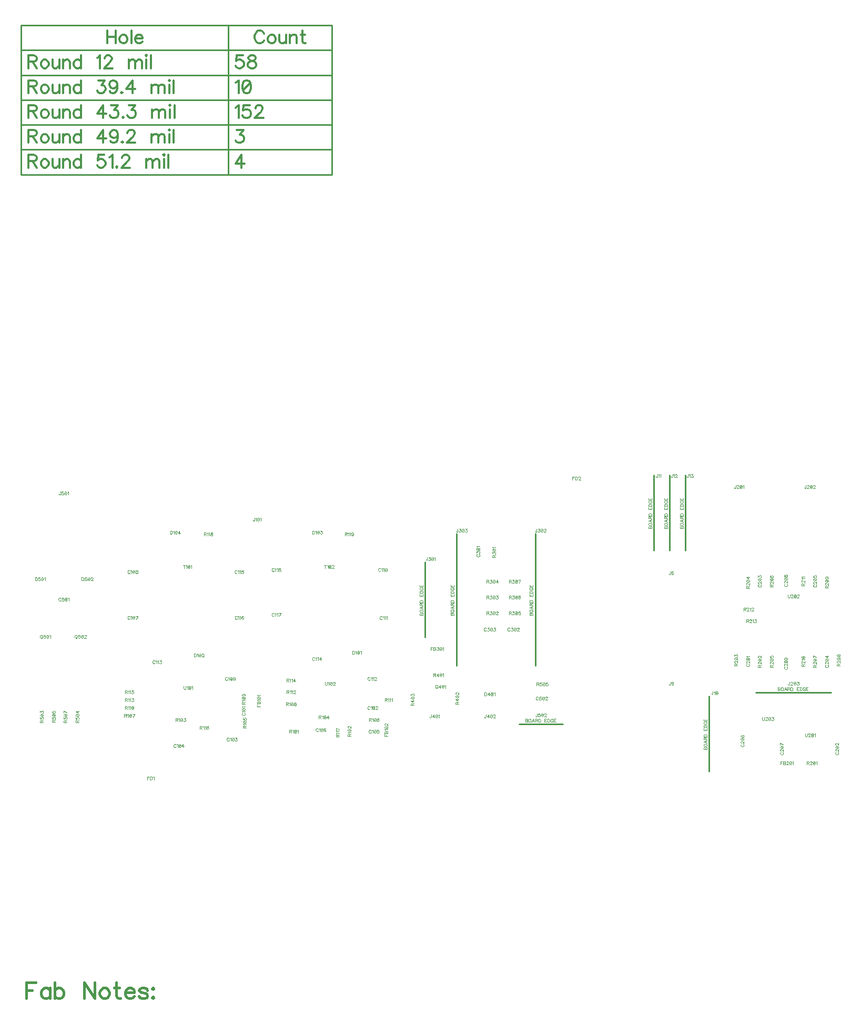
<source format=gbr>
G04 DipTrace 2.4.0.2*
%INTopAssy.gbr*%
%MOIN*%
%ADD10C,0.0098*%
%ADD12C,0.003*%
%ADD39C,0.0154*%
%ADD101C,0.0124*%
%FSLAX44Y44*%
G04*
G70*
G90*
G75*
G01*
%LNTopAssy*%
%LPD*%
X43902Y2106D2*
D10*
Y6894D1*
X40402Y16106D2*
Y20894D1*
X41402Y16106D2*
Y20894D1*
X42402Y16106D2*
Y20894D1*
X46856Y7098D2*
X51644D1*
X25902Y10606D2*
Y15394D1*
X32902Y8811D2*
Y17189D1*
X27902Y8811D2*
Y17189D1*
X31856Y5098D2*
X34644D1*
X313Y49375D2*
X13436D1*
Y47800D1*
X313D1*
Y49375D1*
Y47800D2*
X13436D1*
Y46225D1*
X313D1*
Y47800D1*
Y46225D2*
X13436D1*
Y44651D1*
X313D1*
Y46225D1*
Y44651D2*
X13436D1*
Y43076D1*
X313D1*
Y44651D1*
Y43076D2*
X13436D1*
Y41501D1*
X313D1*
Y43076D1*
Y41501D2*
X13436D1*
Y39926D1*
X313D1*
Y41501D1*
X13436Y49375D2*
X19998D1*
Y47800D1*
X13436D1*
Y49375D1*
Y47800D2*
X19998D1*
Y46225D1*
X13436D1*
Y47800D1*
Y46225D2*
X19998D1*
Y44651D1*
X13436D1*
Y46225D1*
Y44651D2*
X19998D1*
Y43076D1*
X13436D1*
Y44651D1*
Y43076D2*
X19998D1*
Y41501D1*
X13436D1*
Y43076D1*
Y41501D2*
X19998D1*
Y39926D1*
X13436D1*
Y41501D1*
X14340Y5811D2*
D12*
X14320Y5801D1*
X14301Y5782D1*
X14292Y5763D1*
Y5725D1*
X14301Y5706D1*
X14320Y5687D1*
X14340Y5677D1*
X14368Y5668D1*
X14416D1*
X14445Y5677D1*
X14464Y5687D1*
X14483Y5706D1*
X14493Y5725D1*
Y5763D1*
X14483Y5782D1*
X14464Y5801D1*
X14445Y5811D1*
X14330Y5873D2*
X14320Y5892D1*
X14292Y5921D1*
X14493D1*
X14292Y6040D2*
X14301Y6011D1*
X14330Y5992D1*
X14378Y5982D1*
X14407D1*
X14454Y5992D1*
X14483Y6011D1*
X14493Y6040D1*
Y6059D1*
X14483Y6088D1*
X14454Y6107D1*
X14407Y6116D1*
X14378D1*
X14330Y6107D1*
X14301Y6088D1*
X14292Y6059D1*
Y6040D1*
X14330Y6107D2*
X14454Y5992D1*
X14330Y6178D2*
X14320Y6197D1*
X14292Y6226D1*
X14493D1*
X22406Y6192D2*
X22396Y6211D1*
X22377Y6230D1*
X22358Y6240D1*
X22320D1*
X22301Y6230D1*
X22282Y6211D1*
X22272Y6192D1*
X22262Y6163D1*
Y6115D1*
X22272Y6087D1*
X22282Y6068D1*
X22301Y6049D1*
X22320Y6039D1*
X22358D1*
X22377Y6049D1*
X22396Y6068D1*
X22406Y6087D1*
X22468Y6201D2*
X22487Y6211D1*
X22516Y6240D1*
Y6039D1*
X22635Y6240D2*
X22606Y6230D1*
X22587Y6201D1*
X22577Y6154D1*
Y6125D1*
X22587Y6077D1*
X22606Y6048D1*
X22635Y6039D1*
X22654D1*
X22683Y6048D1*
X22702Y6077D1*
X22711Y6125D1*
Y6154D1*
X22702Y6201D1*
X22683Y6230D1*
X22654Y6240D1*
X22635D1*
X22702Y6201D2*
X22587Y6077D1*
X22783Y6192D2*
Y6201D1*
X22792Y6221D1*
X22802Y6230D1*
X22821Y6240D1*
X22859D1*
X22878Y6230D1*
X22888Y6221D1*
X22897Y6201D1*
Y6182D1*
X22888Y6163D1*
X22869Y6135D1*
X22773Y6039D1*
X22907D1*
X13486Y4192D2*
X13477Y4211D1*
X13458Y4230D1*
X13439Y4240D1*
X13400D1*
X13381Y4230D1*
X13362Y4211D1*
X13353Y4192D1*
X13343Y4163D1*
Y4115D1*
X13353Y4087D1*
X13362Y4068D1*
X13381Y4049D1*
X13400Y4039D1*
X13439D1*
X13458Y4049D1*
X13477Y4068D1*
X13486Y4087D1*
X13548Y4201D2*
X13567Y4211D1*
X13596Y4240D1*
Y4039D1*
X13715Y4240D2*
X13687Y4230D1*
X13667Y4201D1*
X13658Y4154D1*
Y4125D1*
X13667Y4077D1*
X13687Y4048D1*
X13715Y4039D1*
X13734D1*
X13763Y4048D1*
X13782Y4077D1*
X13792Y4125D1*
Y4154D1*
X13782Y4201D1*
X13763Y4230D1*
X13734Y4240D1*
X13715D1*
X13782Y4201D2*
X13667Y4077D1*
X13873Y4240D2*
X13978D1*
X13921Y4163D1*
X13949D1*
X13968Y4154D1*
X13978Y4144D1*
X13988Y4115D1*
Y4096D1*
X13978Y4068D1*
X13959Y4048D1*
X13930Y4039D1*
X13901D1*
X13873Y4048D1*
X13863Y4058D1*
X13854Y4077D1*
X10114Y3790D2*
X10104Y3809D1*
X10085Y3829D1*
X10066Y3838D1*
X10028D1*
X10008Y3829D1*
X9989Y3809D1*
X9980Y3790D1*
X9970Y3762D1*
Y3714D1*
X9980Y3685D1*
X9989Y3666D1*
X10008Y3647D1*
X10028Y3637D1*
X10066D1*
X10085Y3647D1*
X10104Y3666D1*
X10114Y3685D1*
X10175Y3800D2*
X10195Y3809D1*
X10223Y3838D1*
Y3637D1*
X10342Y3838D2*
X10314Y3828D1*
X10295Y3800D1*
X10285Y3752D1*
Y3723D1*
X10295Y3675D1*
X10314Y3647D1*
X10342Y3637D1*
X10362D1*
X10390Y3647D1*
X10409Y3675D1*
X10419Y3723D1*
Y3752D1*
X10409Y3800D1*
X10390Y3828D1*
X10362Y3838D1*
X10342D1*
X10409Y3800D2*
X10295Y3675D1*
X10576Y3637D2*
Y3838D1*
X10481Y3704D1*
X10624D1*
X22486Y4692D2*
X22477Y4711D1*
X22458Y4730D1*
X22439Y4740D1*
X22400D1*
X22381Y4730D1*
X22362Y4711D1*
X22353Y4692D1*
X22343Y4663D1*
Y4615D1*
X22353Y4587D1*
X22362Y4568D1*
X22381Y4549D1*
X22400Y4539D1*
X22439D1*
X22458Y4549D1*
X22477Y4568D1*
X22486Y4587D1*
X22548Y4701D2*
X22567Y4711D1*
X22596Y4740D1*
Y4539D1*
X22715Y4740D2*
X22687Y4730D1*
X22667Y4701D1*
X22658Y4654D1*
Y4625D1*
X22667Y4577D1*
X22687Y4548D1*
X22715Y4539D1*
X22734D1*
X22763Y4548D1*
X22782Y4577D1*
X22792Y4625D1*
Y4654D1*
X22782Y4701D1*
X22763Y4730D1*
X22734Y4740D1*
X22715D1*
X22782Y4701D2*
X22667Y4577D1*
X22968Y4740D2*
X22873D1*
X22863Y4654D1*
X22873Y4663D1*
X22902Y4673D1*
X22930D1*
X22959Y4663D1*
X22978Y4644D1*
X22988Y4615D1*
Y4596D1*
X22978Y4568D1*
X22959Y4548D1*
X22930Y4539D1*
X22902D1*
X22873Y4548D1*
X22863Y4558D1*
X22854Y4577D1*
X19121Y4790D2*
X19112Y4809D1*
X19092Y4829D1*
X19073Y4838D1*
X19035D1*
X19016Y4829D1*
X18997Y4809D1*
X18987Y4790D1*
X18978Y4762D1*
Y4714D1*
X18987Y4685D1*
X18997Y4666D1*
X19016Y4647D1*
X19035Y4637D1*
X19073D1*
X19092Y4647D1*
X19112Y4666D1*
X19121Y4685D1*
X19183Y4800D2*
X19202Y4809D1*
X19231Y4838D1*
Y4637D1*
X19350Y4838D2*
X19321Y4828D1*
X19302Y4800D1*
X19293Y4752D1*
Y4723D1*
X19302Y4675D1*
X19321Y4647D1*
X19350Y4637D1*
X19369D1*
X19398Y4647D1*
X19417Y4675D1*
X19427Y4723D1*
Y4752D1*
X19417Y4800D1*
X19398Y4828D1*
X19369Y4838D1*
X19350D1*
X19417Y4800D2*
X19302Y4675D1*
X19603Y4809D2*
X19594Y4828D1*
X19565Y4838D1*
X19546D1*
X19517Y4828D1*
X19498Y4800D1*
X19488Y4752D1*
Y4704D1*
X19498Y4666D1*
X19517Y4647D1*
X19546Y4637D1*
X19555D1*
X19584Y4647D1*
X19603Y4666D1*
X19613Y4695D1*
Y4704D1*
X19603Y4733D1*
X19584Y4752D1*
X19555Y4761D1*
X19546D1*
X19517Y4752D1*
X19498Y4733D1*
X19488Y4704D1*
X7196Y11912D2*
X7187Y11931D1*
X7167Y11951D1*
X7148Y11960D1*
X7110D1*
X7091Y11951D1*
X7072Y11931D1*
X7062Y11912D1*
X7053Y11884D1*
Y11836D1*
X7062Y11807D1*
X7072Y11788D1*
X7091Y11769D1*
X7110Y11759D1*
X7148D1*
X7167Y11769D1*
X7187Y11788D1*
X7196Y11807D1*
X7258Y11922D2*
X7277Y11931D1*
X7306Y11960D1*
Y11759D1*
X7425Y11960D2*
X7396Y11950D1*
X7377Y11922D1*
X7368Y11874D1*
Y11845D1*
X7377Y11798D1*
X7396Y11769D1*
X7425Y11759D1*
X7444D1*
X7473Y11769D1*
X7492Y11798D1*
X7502Y11845D1*
Y11874D1*
X7492Y11922D1*
X7473Y11950D1*
X7444Y11960D1*
X7425D1*
X7492Y11922D2*
X7377Y11798D1*
X7602Y11759D2*
X7697Y11960D1*
X7563D1*
X7196Y14810D2*
X7187Y14829D1*
X7168Y14848D1*
X7149Y14858D1*
X7110D1*
X7091Y14848D1*
X7072Y14829D1*
X7062Y14810D1*
X7053Y14781D1*
Y14733D1*
X7062Y14705D1*
X7072Y14686D1*
X7091Y14667D1*
X7110Y14657D1*
X7149D1*
X7168Y14667D1*
X7187Y14686D1*
X7196Y14705D1*
X7258Y14819D2*
X7277Y14829D1*
X7306Y14858D1*
Y14657D1*
X7425Y14858D2*
X7396Y14848D1*
X7377Y14819D1*
X7368Y14772D1*
Y14743D1*
X7377Y14695D1*
X7396Y14666D1*
X7425Y14657D1*
X7444D1*
X7473Y14666D1*
X7492Y14695D1*
X7502Y14743D1*
Y14772D1*
X7492Y14819D1*
X7473Y14848D1*
X7444Y14858D1*
X7425D1*
X7492Y14819D2*
X7377Y14695D1*
X7611Y14858D2*
X7583Y14848D1*
X7573Y14829D1*
Y14810D1*
X7583Y14791D1*
X7602Y14781D1*
X7640Y14772D1*
X7669Y14762D1*
X7688Y14743D1*
X7697Y14724D1*
Y14695D1*
X7688Y14676D1*
X7678Y14666D1*
X7649Y14657D1*
X7611D1*
X7583Y14666D1*
X7573Y14676D1*
X7563Y14695D1*
Y14724D1*
X7573Y14743D1*
X7592Y14762D1*
X7621Y14772D1*
X7659Y14781D1*
X7678Y14791D1*
X7688Y14810D1*
Y14829D1*
X7678Y14848D1*
X7649Y14858D1*
X7611D1*
X13371Y8040D2*
X13362Y8059D1*
X13342Y8079D1*
X13323Y8088D1*
X13285D1*
X13266Y8079D1*
X13247Y8059D1*
X13237Y8040D1*
X13228Y8012D1*
Y7964D1*
X13237Y7935D1*
X13247Y7916D1*
X13266Y7897D1*
X13285Y7887D1*
X13323D1*
X13342Y7897D1*
X13362Y7916D1*
X13371Y7935D1*
X13433Y8050D2*
X13452Y8059D1*
X13481Y8088D1*
Y7887D1*
X13600Y8088D2*
X13571Y8078D1*
X13552Y8050D1*
X13543Y8002D1*
Y7973D1*
X13552Y7925D1*
X13571Y7897D1*
X13600Y7887D1*
X13619D1*
X13648Y7897D1*
X13667Y7925D1*
X13677Y7973D1*
Y8002D1*
X13667Y8050D1*
X13648Y8078D1*
X13619Y8088D1*
X13600D1*
X13667Y8050D2*
X13552Y7925D1*
X13863Y8021D2*
X13853Y7992D1*
X13834Y7973D1*
X13805Y7964D1*
X13796D1*
X13767Y7973D1*
X13748Y7992D1*
X13738Y8021D1*
Y8031D1*
X13748Y8059D1*
X13767Y8078D1*
X13796Y8088D1*
X13805D1*
X13834Y8078D1*
X13853Y8059D1*
X13863Y8021D1*
Y7973D1*
X13853Y7925D1*
X13834Y7897D1*
X13805Y7887D1*
X13786D1*
X13758Y7897D1*
X13748Y7916D1*
X23084Y14943D2*
X23074Y14962D1*
X23055Y14981D1*
X23036Y14991D1*
X22998D1*
X22978Y14981D1*
X22959Y14962D1*
X22950Y14943D1*
X22940Y14914D1*
Y14866D1*
X22950Y14838D1*
X22959Y14819D1*
X22978Y14799D1*
X22998Y14790D1*
X23036D1*
X23055Y14799D1*
X23074Y14819D1*
X23084Y14838D1*
X23145Y14952D2*
X23165Y14962D1*
X23193Y14991D1*
Y14790D1*
X23255Y14952D2*
X23274Y14962D1*
X23303Y14991D1*
Y14790D1*
X23422Y14991D2*
X23394Y14981D1*
X23374Y14952D1*
X23365Y14905D1*
Y14876D1*
X23374Y14828D1*
X23394Y14799D1*
X23422Y14790D1*
X23441D1*
X23470Y14799D1*
X23489Y14828D1*
X23499Y14876D1*
Y14905D1*
X23489Y14952D1*
X23470Y14981D1*
X23441Y14991D1*
X23422D1*
X23489Y14952D2*
X23374Y14828D1*
X23178Y11892D2*
X23168Y11911D1*
X23149Y11930D1*
X23130Y11940D1*
X23092D1*
X23073Y11930D1*
X23054Y11911D1*
X23044Y11892D1*
X23034Y11863D1*
Y11815D1*
X23044Y11787D1*
X23054Y11767D1*
X23073Y11748D1*
X23092Y11739D1*
X23130D1*
X23149Y11748D1*
X23168Y11767D1*
X23178Y11787D1*
X23240Y11901D2*
X23259Y11911D1*
X23288Y11939D1*
Y11739D1*
X23349Y11901D2*
X23369Y11911D1*
X23397Y11939D1*
Y11739D1*
X23459Y11901D2*
X23478Y11911D1*
X23507Y11939D1*
Y11739D1*
X22409Y8040D2*
X22400Y8059D1*
X22381Y8079D1*
X22362Y8088D1*
X22323D1*
X22304Y8079D1*
X22285Y8059D1*
X22275Y8040D1*
X22266Y8012D1*
Y7964D1*
X22275Y7935D1*
X22285Y7916D1*
X22304Y7897D1*
X22323Y7887D1*
X22362D1*
X22381Y7897D1*
X22400Y7916D1*
X22409Y7935D1*
X22471Y8050D2*
X22490Y8059D1*
X22519Y8088D1*
Y7887D1*
X22581Y8050D2*
X22600Y8059D1*
X22629Y8088D1*
Y7887D1*
X22700Y8040D2*
Y8050D1*
X22710Y8069D1*
X22719Y8078D1*
X22739Y8088D1*
X22777D1*
X22796Y8078D1*
X22805Y8069D1*
X22815Y8050D1*
Y8031D1*
X22805Y8011D1*
X22786Y7983D1*
X22691Y7887D1*
X22825D1*
X8784Y9103D2*
X8775Y9122D1*
X8756Y9141D1*
X8737Y9151D1*
X8698D1*
X8679Y9141D1*
X8660Y9122D1*
X8650Y9103D1*
X8641Y9074D1*
Y9026D1*
X8650Y8998D1*
X8660Y8978D1*
X8679Y8959D1*
X8698Y8950D1*
X8737D1*
X8756Y8959D1*
X8775Y8978D1*
X8784Y8998D1*
X8846Y9112D2*
X8865Y9122D1*
X8894Y9150D1*
Y8950D1*
X8956Y9112D2*
X8975Y9122D1*
X9004Y9150D1*
Y8950D1*
X9085Y9150D2*
X9190D1*
X9133Y9074D1*
X9161D1*
X9180Y9064D1*
X9190Y9055D1*
X9200Y9026D1*
Y9007D1*
X9190Y8978D1*
X9171Y8959D1*
X9142Y8950D1*
X9113D1*
X9085Y8959D1*
X9075Y8969D1*
X9066Y8988D1*
X18905Y9290D2*
X18895Y9309D1*
X18876Y9329D1*
X18857Y9338D1*
X18819D1*
X18799Y9329D1*
X18780Y9309D1*
X18771Y9290D1*
X18761Y9262D1*
Y9214D1*
X18771Y9185D1*
X18780Y9166D1*
X18799Y9147D1*
X18819Y9137D1*
X18857D1*
X18876Y9147D1*
X18895Y9166D1*
X18905Y9185D1*
X18966Y9300D2*
X18986Y9309D1*
X19014Y9338D1*
Y9137D1*
X19076Y9300D2*
X19095Y9309D1*
X19124Y9338D1*
Y9137D1*
X19282D2*
Y9338D1*
X19186Y9204D1*
X19329D1*
X13989Y14810D2*
X13980Y14829D1*
X13960Y14848D1*
X13941Y14858D1*
X13903D1*
X13884Y14848D1*
X13865Y14829D1*
X13855Y14810D1*
X13846Y14781D1*
Y14733D1*
X13855Y14705D1*
X13865Y14686D1*
X13884Y14667D1*
X13903Y14657D1*
X13941D1*
X13960Y14667D1*
X13980Y14686D1*
X13989Y14705D1*
X14051Y14819D2*
X14070Y14829D1*
X14099Y14858D1*
Y14657D1*
X14161Y14819D2*
X14180Y14829D1*
X14209Y14858D1*
Y14657D1*
X14385Y14858D2*
X14290D1*
X14280Y14772D1*
X14290Y14781D1*
X14318Y14791D1*
X14347D1*
X14376Y14781D1*
X14395Y14762D1*
X14404Y14733D1*
Y14714D1*
X14395Y14686D1*
X14376Y14666D1*
X14347Y14657D1*
X14318D1*
X14290Y14666D1*
X14280Y14676D1*
X14270Y14695D1*
X13994Y11912D2*
X13985Y11931D1*
X13965Y11951D1*
X13946Y11960D1*
X13908D1*
X13889Y11951D1*
X13870Y11931D1*
X13860Y11912D1*
X13851Y11884D1*
Y11836D1*
X13860Y11807D1*
X13870Y11788D1*
X13889Y11769D1*
X13908Y11759D1*
X13946D1*
X13965Y11769D1*
X13985Y11788D1*
X13994Y11807D1*
X14056Y11922D2*
X14075Y11931D1*
X14104Y11960D1*
Y11759D1*
X14165Y11922D2*
X14185Y11931D1*
X14213Y11960D1*
Y11759D1*
X14390Y11931D2*
X14380Y11950D1*
X14352Y11960D1*
X14333D1*
X14304Y11950D1*
X14285Y11922D1*
X14275Y11874D1*
Y11826D1*
X14285Y11788D1*
X14304Y11769D1*
X14333Y11759D1*
X14342D1*
X14371Y11769D1*
X14390Y11788D1*
X14399Y11817D1*
Y11826D1*
X14390Y11855D1*
X14371Y11874D1*
X14342Y11884D1*
X14333D1*
X14304Y11874D1*
X14285Y11855D1*
X14275Y11826D1*
X16334Y12091D2*
X16324Y12110D1*
X16305Y12129D1*
X16286Y12138D1*
X16248D1*
X16228Y12129D1*
X16209Y12110D1*
X16200Y12091D1*
X16190Y12062D1*
Y12014D1*
X16200Y11985D1*
X16209Y11966D1*
X16228Y11947D1*
X16248Y11937D1*
X16286D1*
X16305Y11947D1*
X16324Y11966D1*
X16334Y11985D1*
X16395Y12100D2*
X16415Y12110D1*
X16443Y12138D1*
Y11937D1*
X16505Y12100D2*
X16524Y12110D1*
X16553Y12138D1*
Y11937D1*
X16653D2*
X16749Y12138D1*
X16615D1*
X16334Y14943D2*
X16324Y14962D1*
X16305Y14981D1*
X16286Y14991D1*
X16248D1*
X16229Y14981D1*
X16209Y14962D1*
X16200Y14943D1*
X16190Y14914D1*
Y14866D1*
X16200Y14838D1*
X16209Y14819D1*
X16229Y14799D1*
X16248Y14790D1*
X16286D1*
X16305Y14799D1*
X16324Y14819D1*
X16334Y14838D1*
X16395Y14952D2*
X16415Y14962D1*
X16443Y14991D1*
Y14790D1*
X16505Y14952D2*
X16524Y14962D1*
X16553Y14991D1*
Y14790D1*
X16663Y14991D2*
X16634Y14981D1*
X16624Y14962D1*
Y14943D1*
X16634Y14924D1*
X16653Y14914D1*
X16691Y14905D1*
X16720Y14895D1*
X16739Y14876D1*
X16749Y14857D1*
Y14828D1*
X16739Y14809D1*
X16730Y14799D1*
X16701Y14790D1*
X16663D1*
X16634Y14799D1*
X16624Y14809D1*
X16615Y14828D1*
Y14857D1*
X16624Y14876D1*
X16644Y14895D1*
X16672Y14905D1*
X16710Y14914D1*
X16730Y14924D1*
X16739Y14943D1*
Y14962D1*
X16730Y14981D1*
X16701Y14991D1*
X16663D1*
X46308Y8906D2*
X46289Y8896D1*
X46270Y8877D1*
X46260Y8858D1*
Y8820D1*
X46270Y8801D1*
X46289Y8782D1*
X46308Y8772D1*
X46337Y8762D1*
X46385D1*
X46413Y8772D1*
X46432Y8782D1*
X46451Y8801D1*
X46461Y8820D1*
Y8858D1*
X46451Y8877D1*
X46432Y8896D1*
X46413Y8906D1*
X46308Y8977D2*
X46299D1*
X46279Y8987D1*
X46270Y8996D1*
X46260Y9016D1*
Y9054D1*
X46270Y9073D1*
X46279Y9082D1*
X46299Y9092D1*
X46318D1*
X46337Y9082D1*
X46365Y9063D1*
X46461Y8968D1*
Y9102D1*
X46260Y9221D2*
X46270Y9192D1*
X46299Y9173D1*
X46346Y9163D1*
X46375D1*
X46423Y9173D1*
X46452Y9192D1*
X46461Y9221D1*
Y9240D1*
X46452Y9269D1*
X46423Y9288D1*
X46375Y9297D1*
X46346D1*
X46299Y9288D1*
X46270Y9269D1*
X46260Y9240D1*
Y9221D1*
X46299Y9288D2*
X46423Y9173D1*
X46299Y9359D2*
X46289Y9378D1*
X46260Y9407D1*
X46461D1*
X51960Y3323D2*
X51941Y3314D1*
X51921Y3295D1*
X51912Y3276D1*
Y3237D1*
X51921Y3218D1*
X51941Y3199D1*
X51960Y3189D1*
X51988Y3180D1*
X52036D1*
X52065Y3189D1*
X52084Y3199D1*
X52103Y3218D1*
X52113Y3237D1*
Y3276D1*
X52103Y3295D1*
X52084Y3314D1*
X52065Y3323D1*
X51960Y3395D2*
X51950D1*
X51931Y3404D1*
X51922Y3414D1*
X51912Y3433D1*
Y3471D1*
X51922Y3490D1*
X51931Y3500D1*
X51950Y3510D1*
X51969D1*
X51989Y3500D1*
X52017Y3481D1*
X52113Y3385D1*
Y3519D1*
X51912Y3638D2*
X51922Y3610D1*
X51950Y3590D1*
X51998Y3581D1*
X52027D1*
X52075Y3590D1*
X52103Y3610D1*
X52113Y3638D1*
Y3657D1*
X52103Y3686D1*
X52075Y3705D1*
X52027Y3715D1*
X51998D1*
X51950Y3705D1*
X51922Y3686D1*
X51912Y3657D1*
Y3638D1*
X51950Y3705D2*
X52075Y3590D1*
X51960Y3786D2*
X51950D1*
X51931Y3796D1*
X51922Y3805D1*
X51912Y3825D1*
Y3863D1*
X51922Y3882D1*
X51931Y3891D1*
X51950Y3901D1*
X51969D1*
X51989Y3891D1*
X52017Y3872D1*
X52113Y3777D1*
Y3911D1*
X47058Y13943D2*
X47039Y13934D1*
X47020Y13915D1*
X47010Y13896D1*
Y13858D1*
X47020Y13838D1*
X47039Y13819D1*
X47058Y13810D1*
X47087Y13800D1*
X47135D1*
X47163Y13810D1*
X47182Y13819D1*
X47201Y13838D1*
X47211Y13858D1*
Y13896D1*
X47201Y13915D1*
X47182Y13934D1*
X47163Y13943D1*
X47058Y14015D2*
X47049D1*
X47029Y14024D1*
X47020Y14034D1*
X47010Y14053D1*
Y14091D1*
X47020Y14110D1*
X47029Y14120D1*
X47049Y14130D1*
X47068D1*
X47087Y14120D1*
X47115Y14101D1*
X47211Y14005D1*
Y14139D1*
X47010Y14258D2*
X47020Y14230D1*
X47049Y14210D1*
X47096Y14201D1*
X47125D1*
X47173Y14210D1*
X47202Y14230D1*
X47211Y14258D1*
Y14277D1*
X47202Y14306D1*
X47173Y14325D1*
X47125Y14335D1*
X47096D1*
X47049Y14325D1*
X47020Y14306D1*
X47010Y14277D1*
Y14258D1*
X47049Y14325D2*
X47173Y14210D1*
X47010Y14416D2*
Y14521D1*
X47087Y14464D1*
Y14492D1*
X47096Y14511D1*
X47106Y14521D1*
X47135Y14531D1*
X47154D1*
X47182Y14521D1*
X47202Y14502D1*
X47211Y14473D1*
Y14444D1*
X47202Y14416D1*
X47192Y14406D1*
X47173Y14397D1*
X51308Y8858D2*
X51289Y8849D1*
X51270Y8829D1*
X51260Y8810D1*
Y8772D1*
X51270Y8753D1*
X51289Y8734D1*
X51308Y8724D1*
X51337Y8715D1*
X51385D1*
X51413Y8724D1*
X51432Y8734D1*
X51451Y8753D1*
X51461Y8772D1*
Y8810D1*
X51451Y8829D1*
X51432Y8849D1*
X51413Y8858D1*
X51308Y8930D2*
X51299D1*
X51279Y8939D1*
X51270Y8949D1*
X51260Y8968D1*
Y9006D1*
X51270Y9025D1*
X51279Y9035D1*
X51299Y9044D1*
X51318D1*
X51337Y9035D1*
X51365Y9016D1*
X51461Y8920D1*
Y9054D1*
X51260Y9173D2*
X51270Y9144D1*
X51299Y9125D1*
X51346Y9116D1*
X51375D1*
X51423Y9125D1*
X51452Y9144D1*
X51461Y9173D1*
Y9192D1*
X51452Y9221D1*
X51423Y9240D1*
X51375Y9249D1*
X51346D1*
X51299Y9240D1*
X51270Y9221D1*
X51260Y9192D1*
Y9173D1*
X51299Y9240D2*
X51423Y9125D1*
X51461Y9407D2*
X51260D1*
X51394Y9311D1*
Y9455D1*
X50558Y13943D2*
X50539Y13934D1*
X50520Y13915D1*
X50510Y13896D1*
Y13858D1*
X50520Y13838D1*
X50539Y13819D1*
X50558Y13810D1*
X50587Y13800D1*
X50635D1*
X50663Y13810D1*
X50682Y13819D1*
X50701Y13838D1*
X50711Y13858D1*
Y13896D1*
X50701Y13915D1*
X50682Y13934D1*
X50663Y13943D1*
X50558Y14015D2*
X50549D1*
X50529Y14024D1*
X50520Y14034D1*
X50510Y14053D1*
Y14091D1*
X50520Y14110D1*
X50529Y14120D1*
X50549Y14130D1*
X50568D1*
X50587Y14120D1*
X50615Y14101D1*
X50711Y14005D1*
Y14139D1*
X50510Y14258D2*
X50520Y14230D1*
X50549Y14210D1*
X50596Y14201D1*
X50625D1*
X50673Y14210D1*
X50702Y14230D1*
X50711Y14258D1*
Y14277D1*
X50702Y14306D1*
X50673Y14325D1*
X50625Y14335D1*
X50596D1*
X50549Y14325D1*
X50520Y14306D1*
X50510Y14277D1*
Y14258D1*
X50549Y14325D2*
X50673Y14210D1*
X50510Y14511D2*
Y14416D1*
X50596Y14406D1*
X50587Y14416D1*
X50577Y14445D1*
Y14473D1*
X50587Y14502D1*
X50606Y14521D1*
X50635Y14531D1*
X50654D1*
X50682Y14521D1*
X50702Y14502D1*
X50711Y14473D1*
Y14445D1*
X50702Y14416D1*
X50692Y14406D1*
X50673Y14397D1*
X45960Y3830D2*
X45941Y3821D1*
X45921Y3801D1*
X45912Y3782D1*
Y3744D1*
X45921Y3725D1*
X45941Y3706D1*
X45960Y3696D1*
X45988Y3687D1*
X46036D1*
X46065Y3696D1*
X46084Y3706D1*
X46103Y3725D1*
X46113Y3744D1*
Y3782D1*
X46103Y3801D1*
X46084Y3821D1*
X46065Y3830D1*
X45960Y3902D2*
X45950D1*
X45931Y3911D1*
X45922Y3921D1*
X45912Y3940D1*
Y3978D1*
X45922Y3997D1*
X45931Y4007D1*
X45950Y4016D1*
X45969D1*
X45989Y4007D1*
X46017Y3988D1*
X46113Y3892D1*
Y4026D1*
X45912Y4145D2*
X45922Y4116D1*
X45950Y4097D1*
X45998Y4088D1*
X46027D1*
X46075Y4097D1*
X46103Y4116D1*
X46113Y4145D1*
Y4164D1*
X46103Y4193D1*
X46075Y4212D1*
X46027Y4222D1*
X45998D1*
X45950Y4212D1*
X45922Y4193D1*
X45912Y4164D1*
Y4145D1*
X45950Y4212D2*
X46075Y4097D1*
X45941Y4398D2*
X45922Y4389D1*
X45912Y4360D1*
Y4341D1*
X45922Y4312D1*
X45950Y4293D1*
X45998Y4283D1*
X46046D1*
X46084Y4293D1*
X46103Y4312D1*
X46113Y4341D1*
Y4350D1*
X46103Y4379D1*
X46084Y4398D1*
X46055Y4408D1*
X46046D1*
X46017Y4398D1*
X45998Y4379D1*
X45989Y4350D1*
Y4341D1*
X45998Y4312D1*
X46017Y4293D1*
X46046Y4283D1*
X48460Y3323D2*
X48441Y3314D1*
X48421Y3295D1*
X48412Y3276D1*
Y3237D1*
X48421Y3218D1*
X48441Y3199D1*
X48460Y3189D1*
X48488Y3180D1*
X48536D1*
X48565Y3189D1*
X48584Y3199D1*
X48603Y3218D1*
X48613Y3237D1*
Y3276D1*
X48603Y3295D1*
X48584Y3314D1*
X48565Y3323D1*
X48460Y3395D2*
X48450D1*
X48431Y3404D1*
X48422Y3414D1*
X48412Y3433D1*
Y3471D1*
X48422Y3490D1*
X48431Y3500D1*
X48450Y3510D1*
X48469D1*
X48489Y3500D1*
X48517Y3481D1*
X48613Y3385D1*
Y3519D1*
X48412Y3638D2*
X48422Y3610D1*
X48450Y3590D1*
X48498Y3581D1*
X48527D1*
X48575Y3590D1*
X48603Y3610D1*
X48613Y3638D1*
Y3657D1*
X48603Y3686D1*
X48575Y3705D1*
X48527Y3715D1*
X48498D1*
X48450Y3705D1*
X48422Y3686D1*
X48412Y3657D1*
Y3638D1*
X48450Y3705D2*
X48575Y3590D1*
X48613Y3815D2*
X48412Y3911D1*
Y3777D1*
X48710Y13983D2*
X48691Y13974D1*
X48671Y13954D1*
X48662Y13935D1*
Y13897D1*
X48671Y13878D1*
X48691Y13859D1*
X48710Y13849D1*
X48738Y13840D1*
X48786D1*
X48815Y13849D1*
X48834Y13859D1*
X48853Y13878D1*
X48863Y13897D1*
Y13935D1*
X48853Y13954D1*
X48834Y13974D1*
X48815Y13983D1*
X48710Y14055D2*
X48700D1*
X48681Y14064D1*
X48672Y14074D1*
X48662Y14093D1*
Y14131D1*
X48672Y14150D1*
X48681Y14160D1*
X48700Y14169D1*
X48719D1*
X48739Y14160D1*
X48767Y14141D1*
X48863Y14045D1*
Y14179D1*
X48662Y14298D2*
X48672Y14269D1*
X48700Y14250D1*
X48748Y14241D1*
X48777D1*
X48825Y14250D1*
X48853Y14269D1*
X48863Y14298D1*
Y14317D1*
X48853Y14346D1*
X48825Y14365D1*
X48777Y14375D1*
X48748D1*
X48700Y14365D1*
X48672Y14346D1*
X48662Y14317D1*
Y14298D1*
X48700Y14365D2*
X48825Y14250D1*
X48662Y14484D2*
X48672Y14456D1*
X48691Y14446D1*
X48710D1*
X48729Y14456D1*
X48739Y14475D1*
X48748Y14513D1*
X48758Y14542D1*
X48777Y14561D1*
X48796Y14570D1*
X48825D1*
X48844Y14561D1*
X48853Y14551D1*
X48863Y14522D1*
Y14484D1*
X48853Y14456D1*
X48844Y14446D1*
X48825Y14436D1*
X48796D1*
X48777Y14446D1*
X48758Y14465D1*
X48748Y14494D1*
X48739Y14532D1*
X48729Y14551D1*
X48710Y14561D1*
X48691D1*
X48672Y14551D1*
X48662Y14522D1*
Y14484D1*
X48710Y8738D2*
X48691Y8728D1*
X48671Y8709D1*
X48662Y8690D1*
Y8652D1*
X48671Y8632D1*
X48691Y8613D1*
X48710Y8604D1*
X48738Y8594D1*
X48786D1*
X48815Y8604D1*
X48834Y8613D1*
X48853Y8632D1*
X48863Y8652D1*
Y8690D1*
X48853Y8709D1*
X48834Y8728D1*
X48815Y8738D1*
X48710Y8809D2*
X48700D1*
X48681Y8819D1*
X48672Y8828D1*
X48662Y8847D1*
Y8886D1*
X48672Y8905D1*
X48681Y8914D1*
X48700Y8924D1*
X48719D1*
X48739Y8914D1*
X48767Y8895D1*
X48863Y8799D1*
Y8933D1*
X48662Y9053D2*
X48672Y9024D1*
X48700Y9005D1*
X48748Y8995D1*
X48777D1*
X48825Y9005D1*
X48853Y9024D1*
X48863Y9053D1*
Y9072D1*
X48853Y9100D1*
X48825Y9119D1*
X48777Y9129D1*
X48748D1*
X48700Y9119D1*
X48672Y9100D1*
X48662Y9072D1*
Y9053D1*
X48700Y9119D2*
X48825Y9005D1*
X48729Y9315D2*
X48758Y9306D1*
X48777Y9287D1*
X48786Y9258D1*
Y9248D1*
X48777Y9220D1*
X48758Y9201D1*
X48729Y9191D1*
X48719D1*
X48691Y9201D1*
X48672Y9220D1*
X48662Y9248D1*
Y9258D1*
X48672Y9287D1*
X48691Y9306D1*
X48729Y9315D1*
X48777D1*
X48825Y9306D1*
X48853Y9287D1*
X48863Y9258D1*
Y9239D1*
X48853Y9210D1*
X48834Y9201D1*
X29210Y15866D2*
X29191Y15857D1*
X29171Y15838D1*
X29162Y15819D1*
Y15780D1*
X29171Y15761D1*
X29191Y15742D1*
X29210Y15732D1*
X29238Y15723D1*
X29286D1*
X29315Y15732D1*
X29334Y15742D1*
X29353Y15761D1*
X29363Y15780D1*
Y15819D1*
X29353Y15838D1*
X29334Y15857D1*
X29315Y15866D1*
X29162Y15947D2*
Y16052D1*
X29239Y15995D1*
Y16024D1*
X29248Y16043D1*
X29258Y16052D1*
X29286Y16062D1*
X29305D1*
X29334Y16052D1*
X29353Y16033D1*
X29363Y16005D1*
Y15976D1*
X29353Y15947D1*
X29344Y15938D1*
X29325Y15928D1*
X29162Y16181D2*
X29172Y16153D1*
X29200Y16133D1*
X29248Y16124D1*
X29277D1*
X29325Y16133D1*
X29353Y16153D1*
X29363Y16181D1*
Y16200D1*
X29353Y16229D1*
X29325Y16248D1*
X29277Y16258D1*
X29248D1*
X29200Y16248D1*
X29172Y16229D1*
X29162Y16200D1*
Y16181D1*
X29200Y16248D2*
X29325Y16133D1*
X29200Y16320D2*
X29191Y16339D1*
X29162Y16368D1*
X29363D1*
X31278Y11162D2*
X31269Y11181D1*
X31249Y11201D1*
X31230Y11210D1*
X31192D1*
X31173Y11201D1*
X31154Y11181D1*
X31144Y11162D1*
X31135Y11134D1*
Y11086D1*
X31144Y11057D1*
X31154Y11038D1*
X31173Y11019D1*
X31192Y11009D1*
X31230D1*
X31249Y11019D1*
X31269Y11038D1*
X31278Y11057D1*
X31359Y11210D2*
X31464D1*
X31407Y11134D1*
X31436D1*
X31455Y11124D1*
X31464Y11114D1*
X31474Y11086D1*
Y11067D1*
X31464Y11038D1*
X31445Y11019D1*
X31416Y11009D1*
X31388D1*
X31359Y11019D1*
X31350Y11028D1*
X31340Y11048D1*
X31593Y11210D2*
X31564Y11200D1*
X31545Y11172D1*
X31536Y11124D1*
Y11095D1*
X31545Y11048D1*
X31564Y11019D1*
X31593Y11009D1*
X31612D1*
X31641Y11019D1*
X31660Y11048D1*
X31670Y11095D1*
Y11124D1*
X31660Y11172D1*
X31641Y11200D1*
X31612Y11210D1*
X31593D1*
X31660Y11172D2*
X31545Y11048D1*
X31741Y11162D2*
Y11172D1*
X31751Y11191D1*
X31760Y11200D1*
X31779Y11210D1*
X31818D1*
X31837Y11200D1*
X31846Y11191D1*
X31856Y11172D1*
Y11153D1*
X31846Y11134D1*
X31827Y11105D1*
X31731Y11009D1*
X31865D1*
X29778Y11162D2*
X29769Y11181D1*
X29749Y11201D1*
X29730Y11210D1*
X29692D1*
X29673Y11201D1*
X29654Y11181D1*
X29644Y11162D1*
X29635Y11134D1*
Y11086D1*
X29644Y11057D1*
X29654Y11038D1*
X29673Y11019D1*
X29692Y11009D1*
X29730D1*
X29749Y11019D1*
X29769Y11038D1*
X29778Y11057D1*
X29859Y11210D2*
X29964D1*
X29907Y11134D1*
X29936D1*
X29955Y11124D1*
X29964Y11114D1*
X29974Y11086D1*
Y11067D1*
X29964Y11038D1*
X29945Y11019D1*
X29916Y11009D1*
X29888D1*
X29859Y11019D1*
X29850Y11028D1*
X29840Y11048D1*
X30093Y11210D2*
X30064Y11200D1*
X30045Y11172D1*
X30036Y11124D1*
Y11095D1*
X30045Y11048D1*
X30064Y11019D1*
X30093Y11009D1*
X30112D1*
X30141Y11019D1*
X30160Y11048D1*
X30170Y11095D1*
Y11124D1*
X30160Y11172D1*
X30141Y11200D1*
X30112Y11210D1*
X30093D1*
X30160Y11172D2*
X30045Y11048D1*
X30251Y11210D2*
X30356D1*
X30298Y11134D1*
X30327D1*
X30346Y11124D1*
X30356Y11114D1*
X30365Y11086D1*
Y11067D1*
X30356Y11038D1*
X30337Y11019D1*
X30308Y11009D1*
X30279D1*
X30251Y11019D1*
X30241Y11028D1*
X30231Y11048D1*
X2821Y13060D2*
X2812Y13079D1*
X2792Y13098D1*
X2773Y13108D1*
X2735D1*
X2716Y13098D1*
X2697Y13079D1*
X2687Y13060D1*
X2678Y13031D1*
Y12983D1*
X2687Y12955D1*
X2697Y12936D1*
X2716Y12917D1*
X2735Y12907D1*
X2773D1*
X2792Y12917D1*
X2812Y12936D1*
X2821Y12955D1*
X2998Y13108D2*
X2902D1*
X2893Y13022D1*
X2902Y13031D1*
X2931Y13041D1*
X2959D1*
X2988Y13031D1*
X3007Y13012D1*
X3017Y12983D1*
Y12964D1*
X3007Y12936D1*
X2988Y12916D1*
X2959Y12907D1*
X2931D1*
X2902Y12916D1*
X2893Y12926D1*
X2883Y12945D1*
X3136Y13108D2*
X3107Y13098D1*
X3088Y13069D1*
X3079Y13022D1*
Y12993D1*
X3088Y12945D1*
X3107Y12916D1*
X3136Y12907D1*
X3155D1*
X3184Y12916D1*
X3203Y12945D1*
X3213Y12993D1*
Y13022D1*
X3203Y13069D1*
X3184Y13098D1*
X3155Y13108D1*
X3136D1*
X3203Y13069D2*
X3088Y12945D1*
X3274Y13069D2*
X3294Y13079D1*
X3322Y13108D1*
Y12907D1*
X33075Y6790D2*
X33066Y6809D1*
X33047Y6829D1*
X33028Y6838D1*
X32989D1*
X32970Y6829D1*
X32951Y6809D1*
X32941Y6790D1*
X32932Y6762D1*
Y6714D1*
X32941Y6685D1*
X32951Y6666D1*
X32970Y6647D1*
X32989Y6637D1*
X33028D1*
X33047Y6647D1*
X33066Y6666D1*
X33075Y6685D1*
X33252Y6838D2*
X33156D1*
X33147Y6752D1*
X33156Y6761D1*
X33185Y6771D1*
X33214D1*
X33242Y6761D1*
X33262Y6742D1*
X33271Y6714D1*
Y6695D1*
X33262Y6666D1*
X33242Y6647D1*
X33214Y6637D1*
X33185D1*
X33156Y6647D1*
X33147Y6656D1*
X33137Y6675D1*
X33390Y6838D2*
X33362Y6828D1*
X33342Y6800D1*
X33333Y6752D1*
Y6723D1*
X33342Y6675D1*
X33362Y6647D1*
X33390Y6637D1*
X33409D1*
X33438Y6647D1*
X33457Y6675D1*
X33467Y6723D1*
Y6752D1*
X33457Y6800D1*
X33438Y6828D1*
X33409Y6838D1*
X33390D1*
X33457Y6800D2*
X33342Y6675D1*
X33538Y6790D2*
Y6800D1*
X33548Y6819D1*
X33557Y6828D1*
X33576Y6838D1*
X33615D1*
X33634Y6828D1*
X33643Y6819D1*
X33653Y6800D1*
Y6781D1*
X33643Y6761D1*
X33624Y6733D1*
X33529Y6637D1*
X33662D1*
X21301Y9752D2*
Y9551D1*
X21368D1*
X21397Y9560D1*
X21416Y9579D1*
X21426Y9599D1*
X21435Y9627D1*
Y9675D1*
X21426Y9704D1*
X21416Y9723D1*
X21397Y9742D1*
X21368Y9752D1*
X21301D1*
X21497Y9713D2*
X21516Y9723D1*
X21545Y9751D1*
Y9551D1*
X21664Y9751D2*
X21635Y9742D1*
X21616Y9713D1*
X21607Y9665D1*
Y9637D1*
X21616Y9589D1*
X21635Y9560D1*
X21664Y9551D1*
X21683D1*
X21712Y9560D1*
X21731Y9589D1*
X21741Y9637D1*
Y9665D1*
X21731Y9713D1*
X21712Y9742D1*
X21683Y9751D1*
X21664D1*
X21731Y9713D2*
X21616Y9589D1*
X21802Y9713D2*
X21822Y9723D1*
X21850Y9751D1*
Y9551D1*
X11258Y9564D2*
Y9363D1*
X11325D1*
X11354Y9373D1*
X11373Y9392D1*
X11383Y9411D1*
X11392Y9440D1*
Y9488D1*
X11383Y9516D1*
X11373Y9535D1*
X11354Y9555D1*
X11325Y9564D1*
X11258D1*
X11454Y9526D2*
X11473Y9535D1*
X11502Y9564D1*
Y9363D1*
X11621Y9564D2*
X11592Y9554D1*
X11573Y9526D1*
X11564Y9478D1*
Y9449D1*
X11573Y9401D1*
X11592Y9373D1*
X11621Y9363D1*
X11640D1*
X11669Y9373D1*
X11688Y9401D1*
X11698Y9449D1*
Y9478D1*
X11688Y9526D1*
X11669Y9554D1*
X11640Y9564D1*
X11621D1*
X11688Y9526D2*
X11573Y9401D1*
X11769Y9516D2*
Y9526D1*
X11779Y9545D1*
X11788Y9554D1*
X11807Y9564D1*
X11846D1*
X11865Y9554D1*
X11874Y9545D1*
X11884Y9526D1*
Y9507D1*
X11874Y9487D1*
X11855Y9459D1*
X11759Y9363D1*
X11893D1*
X18753Y17358D2*
Y17157D1*
X18820D1*
X18849Y17167D1*
X18868Y17186D1*
X18878Y17205D1*
X18887Y17233D1*
Y17281D1*
X18878Y17310D1*
X18868Y17329D1*
X18849Y17348D1*
X18820Y17358D1*
X18753D1*
X18949Y17319D2*
X18968Y17329D1*
X18997Y17358D1*
Y17157D1*
X19116Y17358D2*
X19087Y17348D1*
X19068Y17319D1*
X19059Y17272D1*
Y17243D1*
X19068Y17195D1*
X19087Y17166D1*
X19116Y17157D1*
X19135D1*
X19164Y17166D1*
X19183Y17195D1*
X19193Y17243D1*
Y17272D1*
X19183Y17319D1*
X19164Y17348D1*
X19135Y17358D1*
X19116D1*
X19183Y17319D2*
X19068Y17195D1*
X19274Y17358D2*
X19379D1*
X19321Y17281D1*
X19350D1*
X19369Y17272D1*
X19379Y17262D1*
X19388Y17233D1*
Y17214D1*
X19379Y17186D1*
X19360Y17166D1*
X19331Y17157D1*
X19302D1*
X19274Y17166D1*
X19264Y17176D1*
X19254Y17195D1*
X9749Y17358D2*
Y17157D1*
X9816D1*
X9844Y17167D1*
X9863Y17186D1*
X9873Y17205D1*
X9883Y17233D1*
Y17281D1*
X9873Y17310D1*
X9863Y17329D1*
X9844Y17348D1*
X9816Y17358D1*
X9749D1*
X9944Y17319D2*
X9963Y17329D1*
X9992Y17358D1*
Y17157D1*
X10111Y17358D2*
X10083Y17348D1*
X10063Y17319D1*
X10054Y17272D1*
Y17243D1*
X10063Y17195D1*
X10083Y17166D1*
X10111Y17157D1*
X10130D1*
X10159Y17166D1*
X10178Y17195D1*
X10188Y17243D1*
Y17272D1*
X10178Y17319D1*
X10159Y17348D1*
X10130Y17358D1*
X10111D1*
X10178Y17319D2*
X10063Y17195D1*
X10345Y17157D2*
Y17358D1*
X10250Y17224D1*
X10393D1*
X29676Y7108D2*
Y6907D1*
X29743D1*
X29771Y6917D1*
X29791Y6936D1*
X29800Y6955D1*
X29810Y6983D1*
Y7031D1*
X29800Y7060D1*
X29791Y7079D1*
X29771Y7098D1*
X29743Y7108D1*
X29676D1*
X29967Y6907D2*
Y7108D1*
X29871Y6974D1*
X30015D1*
X30134Y7108D2*
X30105Y7098D1*
X30086Y7069D1*
X30077Y7022D1*
Y6993D1*
X30086Y6945D1*
X30105Y6916D1*
X30134Y6907D1*
X30153D1*
X30182Y6916D1*
X30201Y6945D1*
X30211Y6993D1*
Y7022D1*
X30201Y7069D1*
X30182Y7098D1*
X30153Y7108D1*
X30134D1*
X30201Y7069D2*
X30086Y6945D1*
X30272Y7069D2*
X30292Y7079D1*
X30320Y7108D1*
Y6907D1*
X1182Y14399D2*
Y14198D1*
X1249D1*
X1278Y14208D1*
X1297Y14227D1*
X1307Y14246D1*
X1316Y14275D1*
Y14323D1*
X1307Y14351D1*
X1297Y14370D1*
X1278Y14390D1*
X1249Y14399D1*
X1182D1*
X1493D2*
X1397D1*
X1388Y14313D1*
X1397Y14322D1*
X1426Y14332D1*
X1455D1*
X1483Y14322D1*
X1503Y14303D1*
X1512Y14275D1*
Y14256D1*
X1503Y14227D1*
X1483Y14208D1*
X1455Y14198D1*
X1426D1*
X1397Y14208D1*
X1388Y14217D1*
X1378Y14236D1*
X1631Y14399D2*
X1603Y14389D1*
X1583Y14361D1*
X1574Y14313D1*
Y14284D1*
X1583Y14236D1*
X1603Y14208D1*
X1631Y14198D1*
X1650D1*
X1679Y14208D1*
X1698Y14236D1*
X1708Y14284D1*
Y14313D1*
X1698Y14361D1*
X1679Y14389D1*
X1650Y14399D1*
X1631D1*
X1698Y14361D2*
X1583Y14236D1*
X1770Y14361D2*
X1789Y14370D1*
X1818Y14399D1*
Y14198D1*
X4139Y14399D2*
Y14198D1*
X4206D1*
X4235Y14208D1*
X4254Y14227D1*
X4264Y14246D1*
X4273Y14275D1*
Y14323D1*
X4264Y14351D1*
X4254Y14370D1*
X4235Y14390D1*
X4206Y14399D1*
X4139D1*
X4450D2*
X4354D1*
X4345Y14313D1*
X4354Y14322D1*
X4383Y14332D1*
X4412D1*
X4440Y14322D1*
X4460Y14303D1*
X4469Y14275D1*
Y14256D1*
X4460Y14227D1*
X4440Y14208D1*
X4412Y14198D1*
X4383D1*
X4354Y14208D1*
X4345Y14217D1*
X4335Y14236D1*
X4588Y14399D2*
X4560Y14389D1*
X4540Y14361D1*
X4531Y14313D1*
Y14284D1*
X4540Y14236D1*
X4560Y14208D1*
X4588Y14198D1*
X4607D1*
X4636Y14208D1*
X4655Y14236D1*
X4665Y14284D1*
Y14313D1*
X4655Y14361D1*
X4636Y14389D1*
X4607Y14399D1*
X4588D1*
X4655Y14361D2*
X4540Y14236D1*
X4736Y14351D2*
Y14361D1*
X4746Y14380D1*
X4755Y14389D1*
X4775Y14399D1*
X4813D1*
X4832Y14389D1*
X4841Y14380D1*
X4851Y14361D1*
Y14342D1*
X4841Y14322D1*
X4822Y14294D1*
X4727Y14198D1*
X4861D1*
X15260Y6341D2*
Y6217D1*
X15461D1*
X15356D2*
Y6293D1*
X15260Y6403D2*
X15461D1*
Y6489D1*
X15451Y6518D1*
X15442Y6528D1*
X15423Y6537D1*
X15394D1*
X15375Y6528D1*
X15365Y6518D1*
X15356Y6489D1*
X15346Y6518D1*
X15337Y6528D1*
X15318Y6537D1*
X15299D1*
X15279Y6528D1*
X15270Y6518D1*
X15260Y6489D1*
Y6403D1*
X15356D2*
Y6489D1*
X15299Y6599D2*
X15289Y6618D1*
X15260Y6647D1*
X15461D1*
X15260Y6766D2*
X15270Y6737D1*
X15299Y6718D1*
X15346Y6709D1*
X15375D1*
X15423Y6718D1*
X15452Y6737D1*
X15461Y6766D1*
Y6785D1*
X15452Y6814D1*
X15423Y6833D1*
X15375Y6843D1*
X15346D1*
X15299Y6833D1*
X15270Y6814D1*
X15260Y6785D1*
Y6766D1*
X15299Y6833D2*
X15423Y6718D1*
X15299Y6904D2*
X15289Y6924D1*
X15260Y6952D1*
X15461D1*
X23345Y4464D2*
Y4339D1*
X23546D1*
X23441D2*
Y4416D1*
X23345Y4526D2*
X23546D1*
Y4612D1*
X23536Y4640D1*
X23527Y4650D1*
X23508Y4660D1*
X23479D1*
X23460Y4650D1*
X23450Y4640D1*
X23441Y4612D1*
X23431Y4640D1*
X23421Y4650D1*
X23402Y4660D1*
X23383D1*
X23364Y4650D1*
X23354Y4640D1*
X23345Y4612D1*
Y4526D1*
X23441D2*
Y4612D1*
X23383Y4721D2*
X23374Y4740D1*
X23345Y4769D1*
X23546D1*
X23345Y4888D2*
X23355Y4860D1*
X23383Y4840D1*
X23431Y4831D1*
X23460D1*
X23508Y4840D1*
X23536Y4860D1*
X23546Y4888D1*
Y4907D1*
X23536Y4936D1*
X23508Y4955D1*
X23460Y4965D1*
X23431D1*
X23383Y4955D1*
X23355Y4936D1*
X23345Y4907D1*
Y4888D1*
X23383Y4955D2*
X23508Y4840D1*
X23393Y5036D2*
X23383D1*
X23364Y5046D1*
X23355Y5055D1*
X23345Y5075D1*
Y5113D1*
X23355Y5132D1*
X23364Y5141D1*
X23383Y5151D1*
X23402D1*
X23422Y5141D1*
X23450Y5122D1*
X23546Y5027D1*
Y5161D1*
X48548Y2740D2*
X48424D1*
Y2539D1*
Y2644D2*
X48500D1*
X48610Y2740D2*
Y2539D1*
X48696D1*
X48725Y2549D1*
X48735Y2558D1*
X48744Y2577D1*
Y2606D1*
X48735Y2625D1*
X48725Y2635D1*
X48696Y2644D1*
X48725Y2654D1*
X48735Y2663D1*
X48744Y2682D1*
Y2701D1*
X48735Y2721D1*
X48725Y2730D1*
X48696Y2740D1*
X48610D1*
Y2644D2*
X48696D1*
X48816Y2692D2*
Y2701D1*
X48825Y2721D1*
X48835Y2730D1*
X48854Y2740D1*
X48892D1*
X48911Y2730D1*
X48921Y2721D1*
X48930Y2701D1*
Y2682D1*
X48921Y2663D1*
X48902Y2635D1*
X48806Y2539D1*
X48940D1*
X49059Y2740D2*
X49030Y2730D1*
X49011Y2701D1*
X49002Y2654D1*
Y2625D1*
X49011Y2577D1*
X49030Y2548D1*
X49059Y2539D1*
X49078D1*
X49107Y2548D1*
X49126Y2577D1*
X49136Y2625D1*
Y2654D1*
X49126Y2701D1*
X49107Y2730D1*
X49078Y2740D1*
X49059D1*
X49126Y2701D2*
X49011Y2577D1*
X49197Y2701D2*
X49217Y2711D1*
X49245Y2740D1*
Y2539D1*
X26379Y9990D2*
X26255D1*
Y9789D1*
Y9894D2*
X26331D1*
X26441Y9990D2*
Y9789D1*
X26527D1*
X26556Y9799D1*
X26565Y9808D1*
X26575Y9827D1*
Y9856D1*
X26565Y9875D1*
X26556Y9885D1*
X26527Y9894D1*
X26556Y9904D1*
X26565Y9913D1*
X26575Y9932D1*
Y9951D1*
X26565Y9971D1*
X26556Y9980D1*
X26527Y9990D1*
X26441D1*
Y9894D2*
X26527D1*
X26656Y9990D2*
X26761D1*
X26704Y9913D1*
X26732D1*
X26751Y9904D1*
X26761Y9894D1*
X26771Y9865D1*
Y9846D1*
X26761Y9818D1*
X26742Y9798D1*
X26713Y9789D1*
X26684D1*
X26656Y9798D1*
X26646Y9808D1*
X26637Y9827D1*
X26890Y9990D2*
X26861Y9980D1*
X26842Y9951D1*
X26832Y9904D1*
Y9875D1*
X26842Y9827D1*
X26861Y9798D1*
X26890Y9789D1*
X26909D1*
X26938Y9798D1*
X26957Y9827D1*
X26966Y9875D1*
Y9904D1*
X26957Y9951D1*
X26938Y9980D1*
X26909Y9990D1*
X26890D1*
X26957Y9951D2*
X26842Y9827D1*
X27028Y9951D2*
X27047Y9961D1*
X27076Y9990D1*
Y9789D1*
X8410Y1793D2*
X8285D1*
Y1592D1*
Y1697D2*
X8362D1*
X8471Y1793D2*
Y1592D1*
X8538D1*
X8567Y1602D1*
X8586Y1621D1*
X8596Y1640D1*
X8605Y1668D1*
Y1716D1*
X8596Y1745D1*
X8586Y1764D1*
X8567Y1783D1*
X8538Y1793D1*
X8471D1*
X8667Y1754D2*
X8686Y1764D1*
X8715Y1793D1*
Y1592D1*
X35367Y20793D2*
X35242D1*
Y20592D1*
Y20697D2*
X35319D1*
X35428Y20793D2*
Y20592D1*
X35495D1*
X35524Y20602D1*
X35543Y20621D1*
X35553Y20640D1*
X35562Y20668D1*
Y20716D1*
X35553Y20745D1*
X35543Y20764D1*
X35524Y20783D1*
X35495Y20793D1*
X35428D1*
X35634Y20745D2*
Y20754D1*
X35643Y20774D1*
X35653Y20783D1*
X35672Y20793D1*
X35710D1*
X35729Y20783D1*
X35739Y20774D1*
X35748Y20754D1*
Y20735D1*
X35739Y20716D1*
X35720Y20688D1*
X35624Y20592D1*
X35758D1*
X41455Y14793D2*
Y14640D1*
X41445Y14611D1*
X41436Y14602D1*
X41417Y14592D1*
X41397D1*
X41378Y14602D1*
X41369Y14611D1*
X41359Y14640D1*
Y14659D1*
X41631Y14764D2*
X41622Y14783D1*
X41593Y14793D1*
X41574D1*
X41545Y14783D1*
X41526Y14754D1*
X41517Y14707D1*
Y14659D1*
X41526Y14621D1*
X41545Y14601D1*
X41574Y14592D1*
X41584D1*
X41612Y14601D1*
X41631Y14621D1*
X41641Y14649D1*
Y14659D1*
X41631Y14688D1*
X41612Y14707D1*
X41584Y14716D1*
X41574D1*
X41545Y14707D1*
X41526Y14688D1*
X41517Y14659D1*
X41455Y7793D2*
Y7640D1*
X41445Y7611D1*
X41436Y7602D1*
X41417Y7592D1*
X41397D1*
X41378Y7602D1*
X41369Y7611D1*
X41359Y7640D1*
Y7659D1*
X41641Y7726D2*
X41631Y7697D1*
X41612Y7678D1*
X41583Y7668D1*
X41574D1*
X41545Y7678D1*
X41526Y7697D1*
X41517Y7726D1*
Y7735D1*
X41526Y7764D1*
X41545Y7783D1*
X41574Y7793D1*
X41583D1*
X41612Y7783D1*
X41631Y7764D1*
X41641Y7726D1*
Y7678D1*
X41631Y7630D1*
X41612Y7601D1*
X41583Y7592D1*
X41564D1*
X41536Y7601D1*
X41526Y7621D1*
X44145Y7187D2*
Y7034D1*
X44136Y7005D1*
X44126Y6995D1*
X44107Y6986D1*
X44088D1*
X44069Y6995D1*
X44059Y7005D1*
X44049Y7034D1*
Y7053D1*
X44207Y7148D2*
X44226Y7158D1*
X44255Y7186D1*
Y6986D1*
X44374Y7186D2*
X44345Y7177D1*
X44326Y7148D1*
X44317Y7100D1*
Y7072D1*
X44326Y7024D1*
X44345Y6995D1*
X44374Y6986D1*
X44393D1*
X44422Y6995D1*
X44441Y7024D1*
X44451Y7072D1*
Y7100D1*
X44441Y7148D1*
X44422Y7177D1*
X44393Y7186D1*
X44374D1*
X44441Y7148D2*
X44326Y7024D1*
X40626Y20937D2*
Y20784D1*
X40616Y20755D1*
X40606Y20745D1*
X40587Y20736D1*
X40568D1*
X40549Y20745D1*
X40540Y20755D1*
X40530Y20784D1*
Y20803D1*
X40687Y20898D2*
X40707Y20908D1*
X40735Y20936D1*
Y20736D1*
X40797Y20898D2*
X40816Y20908D1*
X40845Y20936D1*
Y20736D1*
X41583Y20937D2*
Y20784D1*
X41573Y20755D1*
X41563Y20745D1*
X41544Y20736D1*
X41525D1*
X41506Y20745D1*
X41497Y20755D1*
X41487Y20784D1*
Y20803D1*
X41644Y20898D2*
X41664Y20908D1*
X41692Y20936D1*
Y20736D1*
X41764Y20889D2*
Y20898D1*
X41773Y20917D1*
X41783Y20927D1*
X41802Y20936D1*
X41840D1*
X41859Y20927D1*
X41869Y20917D1*
X41879Y20898D1*
Y20879D1*
X41869Y20860D1*
X41850Y20831D1*
X41754Y20736D1*
X41888D1*
X42583Y20937D2*
Y20784D1*
X42573Y20755D1*
X42563Y20745D1*
X42544Y20736D1*
X42525D1*
X42506Y20745D1*
X42497Y20755D1*
X42487Y20784D1*
Y20803D1*
X42644Y20898D2*
X42664Y20908D1*
X42692Y20936D1*
Y20736D1*
X42773Y20936D2*
X42878D1*
X42821Y20860D1*
X42850D1*
X42869Y20850D1*
X42878Y20841D1*
X42888Y20812D1*
Y20793D1*
X42878Y20764D1*
X42859Y20745D1*
X42831Y20736D1*
X42802D1*
X42773Y20745D1*
X42764Y20755D1*
X42754Y20774D1*
X15090Y18177D2*
Y18024D1*
X15081Y17995D1*
X15071Y17986D1*
X15052Y17976D1*
X15033D1*
X15014Y17986D1*
X15004Y17995D1*
X14995Y18024D1*
Y18043D1*
X15152Y18138D2*
X15171Y18148D1*
X15200Y18177D1*
Y17976D1*
X15319Y18177D2*
X15290Y18167D1*
X15271Y18138D1*
X15262Y18091D1*
Y18062D1*
X15271Y18014D1*
X15290Y17985D1*
X15319Y17976D1*
X15338D1*
X15367Y17985D1*
X15386Y18014D1*
X15396Y18062D1*
Y18091D1*
X15386Y18138D1*
X15367Y18167D1*
X15338Y18177D1*
X15319D1*
X15386Y18138D2*
X15271Y18014D1*
X15457Y18138D2*
X15477Y18148D1*
X15505Y18177D1*
Y17976D1*
X45591Y20246D2*
Y20093D1*
X45581Y20064D1*
X45571Y20054D1*
X45552Y20045D1*
X45533D1*
X45514Y20054D1*
X45505Y20064D1*
X45495Y20093D1*
Y20112D1*
X45662Y20198D2*
Y20207D1*
X45672Y20226D1*
X45681Y20236D1*
X45700Y20245D1*
X45739D1*
X45758Y20236D1*
X45767Y20226D1*
X45777Y20207D1*
Y20188D1*
X45767Y20169D1*
X45748Y20140D1*
X45652Y20045D1*
X45786D1*
X45906Y20245D2*
X45877Y20236D1*
X45858Y20207D1*
X45848Y20159D1*
Y20131D1*
X45858Y20083D1*
X45877Y20054D1*
X45906Y20045D1*
X45925D1*
X45953Y20054D1*
X45972Y20083D1*
X45982Y20131D1*
Y20159D1*
X45972Y20207D1*
X45953Y20236D1*
X45925Y20245D1*
X45906D1*
X45972Y20207D2*
X45858Y20083D1*
X46044Y20207D2*
X46063Y20217D1*
X46092Y20245D1*
Y20045D1*
X50048Y20246D2*
Y20093D1*
X50038Y20064D1*
X50028Y20054D1*
X50009Y20045D1*
X49990D1*
X49971Y20054D1*
X49962Y20064D1*
X49952Y20093D1*
Y20112D1*
X50119Y20198D2*
Y20207D1*
X50129Y20226D1*
X50138Y20236D1*
X50157Y20245D1*
X50196D1*
X50215Y20236D1*
X50224Y20226D1*
X50234Y20207D1*
Y20188D1*
X50224Y20169D1*
X50205Y20140D1*
X50109Y20045D1*
X50243D1*
X50363Y20245D2*
X50334Y20236D1*
X50315Y20207D1*
X50305Y20159D1*
Y20131D1*
X50315Y20083D1*
X50334Y20054D1*
X50363Y20045D1*
X50382D1*
X50410Y20054D1*
X50429Y20083D1*
X50439Y20131D1*
Y20159D1*
X50429Y20207D1*
X50410Y20236D1*
X50382Y20245D1*
X50363D1*
X50429Y20207D2*
X50315Y20083D1*
X50511Y20198D2*
Y20207D1*
X50520Y20226D1*
X50530Y20236D1*
X50549Y20245D1*
X50587D1*
X50606Y20236D1*
X50616Y20226D1*
X50625Y20207D1*
Y20188D1*
X50616Y20169D1*
X50597Y20140D1*
X50501Y20045D1*
X50635D1*
X49004Y7793D2*
Y7640D1*
X48995Y7611D1*
X48985Y7602D1*
X48966Y7592D1*
X48947D1*
X48928Y7602D1*
X48918Y7611D1*
X48909Y7640D1*
Y7659D1*
X49076Y7745D2*
Y7754D1*
X49085Y7774D1*
X49095Y7783D1*
X49114Y7793D1*
X49152D1*
X49171Y7783D1*
X49181Y7774D1*
X49190Y7754D1*
Y7735D1*
X49181Y7716D1*
X49162Y7688D1*
X49066Y7592D1*
X49200D1*
X49319Y7793D2*
X49290Y7783D1*
X49271Y7754D1*
X49262Y7707D1*
Y7678D1*
X49271Y7630D1*
X49290Y7601D1*
X49319Y7592D1*
X49338D1*
X49367Y7601D1*
X49386Y7630D1*
X49396Y7678D1*
Y7707D1*
X49386Y7754D1*
X49367Y7783D1*
X49338Y7793D1*
X49319D1*
X49386Y7754D2*
X49271Y7630D1*
X49477Y7793D2*
X49582D1*
X49524Y7716D1*
X49553D1*
X49572Y7707D1*
X49582Y7697D1*
X49591Y7668D1*
Y7649D1*
X49582Y7621D1*
X49563Y7601D1*
X49534Y7592D1*
X49505D1*
X49477Y7601D1*
X49467Y7611D1*
X49457Y7630D1*
X26047Y15687D2*
Y15534D1*
X26038Y15505D1*
X26028Y15495D1*
X26009Y15486D1*
X25990D1*
X25971Y15495D1*
X25961Y15505D1*
X25952Y15534D1*
Y15553D1*
X26128Y15686D2*
X26233D1*
X26176Y15610D1*
X26205D1*
X26224Y15600D1*
X26233Y15591D1*
X26243Y15562D1*
Y15543D1*
X26233Y15514D1*
X26214Y15495D1*
X26186Y15486D1*
X26157D1*
X26128Y15495D1*
X26119Y15505D1*
X26109Y15524D1*
X26362Y15686D2*
X26333Y15677D1*
X26314Y15648D1*
X26305Y15600D1*
Y15572D1*
X26314Y15524D1*
X26333Y15495D1*
X26362Y15486D1*
X26381D1*
X26410Y15495D1*
X26429Y15524D1*
X26439Y15572D1*
Y15600D1*
X26429Y15648D1*
X26410Y15677D1*
X26381Y15686D1*
X26362D1*
X26429Y15648D2*
X26314Y15524D1*
X26500Y15648D2*
X26520Y15658D1*
X26548Y15686D1*
Y15486D1*
X32980Y17482D2*
Y17329D1*
X32970Y17300D1*
X32960Y17291D1*
X32941Y17281D1*
X32922D1*
X32903Y17291D1*
X32894Y17300D1*
X32884Y17329D1*
Y17348D1*
X33061Y17482D2*
X33166D1*
X33108Y17405D1*
X33137D1*
X33156Y17396D1*
X33166Y17386D1*
X33175Y17357D1*
Y17338D1*
X33166Y17310D1*
X33147Y17290D1*
X33118Y17281D1*
X33089D1*
X33061Y17290D1*
X33051Y17300D1*
X33041Y17319D1*
X33295Y17482D2*
X33266Y17472D1*
X33247Y17443D1*
X33237Y17396D1*
Y17367D1*
X33247Y17319D1*
X33266Y17290D1*
X33295Y17281D1*
X33314D1*
X33342Y17290D1*
X33361Y17319D1*
X33371Y17367D1*
Y17396D1*
X33361Y17443D1*
X33342Y17472D1*
X33314Y17482D1*
X33295D1*
X33361Y17443D2*
X33247Y17319D1*
X33443Y17434D2*
Y17443D1*
X33452Y17463D1*
X33462Y17472D1*
X33481Y17482D1*
X33519D1*
X33538Y17472D1*
X33548Y17463D1*
X33557Y17443D1*
Y17424D1*
X33548Y17405D1*
X33529Y17377D1*
X33433Y17281D1*
X33567D1*
X27980Y17482D2*
Y17329D1*
X27970Y17300D1*
X27960Y17291D1*
X27941Y17281D1*
X27922D1*
X27903Y17291D1*
X27894Y17300D1*
X27884Y17329D1*
Y17348D1*
X28061Y17482D2*
X28166D1*
X28108Y17405D1*
X28137D1*
X28156Y17396D1*
X28166Y17386D1*
X28175Y17357D1*
Y17338D1*
X28166Y17310D1*
X28147Y17290D1*
X28118Y17281D1*
X28089D1*
X28061Y17290D1*
X28051Y17300D1*
X28041Y17319D1*
X28295Y17482D2*
X28266Y17472D1*
X28247Y17443D1*
X28237Y17396D1*
Y17367D1*
X28247Y17319D1*
X28266Y17290D1*
X28295Y17281D1*
X28314D1*
X28342Y17290D1*
X28361Y17319D1*
X28371Y17367D1*
Y17396D1*
X28361Y17443D1*
X28342Y17472D1*
X28314Y17482D1*
X28295D1*
X28361Y17443D2*
X28247Y17319D1*
X28452Y17482D2*
X28557D1*
X28500Y17405D1*
X28529D1*
X28548Y17396D1*
X28557Y17386D1*
X28567Y17357D1*
Y17338D1*
X28557Y17310D1*
X28538Y17290D1*
X28509Y17281D1*
X28481D1*
X28452Y17290D1*
X28443Y17300D1*
X28433Y17319D1*
X26300Y5718D2*
Y5565D1*
X26291Y5536D1*
X26281Y5527D1*
X26262Y5517D1*
X26243D1*
X26224Y5527D1*
X26214Y5536D1*
X26205Y5565D1*
Y5584D1*
X26458Y5517D2*
Y5718D1*
X26362Y5584D1*
X26506D1*
X26625Y5718D2*
X26596Y5708D1*
X26577Y5680D1*
X26567Y5632D1*
Y5603D1*
X26577Y5555D1*
X26596Y5527D1*
X26625Y5517D1*
X26644D1*
X26673Y5527D1*
X26692Y5555D1*
X26701Y5603D1*
Y5632D1*
X26692Y5680D1*
X26673Y5708D1*
X26644Y5718D1*
X26625D1*
X26692Y5680D2*
X26577Y5555D1*
X26763Y5680D2*
X26782Y5689D1*
X26811Y5718D1*
Y5517D1*
X29757Y5718D2*
Y5565D1*
X29748Y5536D1*
X29738Y5527D1*
X29719Y5517D1*
X29700D1*
X29681Y5527D1*
X29671Y5536D1*
X29662Y5565D1*
Y5584D1*
X29915Y5517D2*
Y5718D1*
X29819Y5584D1*
X29963D1*
X30082Y5718D2*
X30053Y5708D1*
X30034Y5680D1*
X30024Y5632D1*
Y5603D1*
X30034Y5555D1*
X30053Y5527D1*
X30082Y5517D1*
X30101D1*
X30130Y5527D1*
X30149Y5555D1*
X30158Y5603D1*
Y5632D1*
X30149Y5680D1*
X30130Y5708D1*
X30101Y5718D1*
X30082D1*
X30149Y5680D2*
X30034Y5555D1*
X30230Y5670D2*
Y5680D1*
X30239Y5699D1*
X30249Y5708D1*
X30268Y5718D1*
X30306D1*
X30325Y5708D1*
X30335Y5699D1*
X30345Y5680D1*
Y5661D1*
X30335Y5641D1*
X30316Y5613D1*
X30220Y5517D1*
X30354D1*
X2797Y19833D2*
Y19680D1*
X2788Y19651D1*
X2778Y19642D1*
X2759Y19632D1*
X2740D1*
X2721Y19642D1*
X2711Y19651D1*
X2702Y19680D1*
Y19699D1*
X2974Y19833D2*
X2878D1*
X2869Y19747D1*
X2878Y19756D1*
X2907Y19766D1*
X2936D1*
X2964Y19756D1*
X2983Y19737D1*
X2993Y19708D1*
Y19689D1*
X2983Y19661D1*
X2964Y19641D1*
X2936Y19632D1*
X2907D1*
X2878Y19641D1*
X2869Y19651D1*
X2859Y19670D1*
X3112Y19833D2*
X3083Y19823D1*
X3064Y19794D1*
X3055Y19747D1*
Y19718D1*
X3064Y19670D1*
X3083Y19641D1*
X3112Y19632D1*
X3131D1*
X3160Y19641D1*
X3179Y19670D1*
X3189Y19718D1*
Y19747D1*
X3179Y19794D1*
X3160Y19823D1*
X3131Y19833D1*
X3112D1*
X3179Y19794D2*
X3064Y19670D1*
X3250Y19794D2*
X3270Y19804D1*
X3298Y19833D1*
Y19632D1*
X33004Y5793D2*
Y5640D1*
X32995Y5611D1*
X32985Y5602D1*
X32966Y5592D1*
X32947D1*
X32928Y5602D1*
X32918Y5611D1*
X32909Y5640D1*
Y5659D1*
X33181Y5793D2*
X33085D1*
X33076Y5707D1*
X33085Y5716D1*
X33114Y5726D1*
X33143D1*
X33171Y5716D1*
X33190Y5697D1*
X33200Y5668D1*
Y5649D1*
X33190Y5621D1*
X33171Y5601D1*
X33143Y5592D1*
X33114D1*
X33085Y5601D1*
X33076Y5611D1*
X33066Y5630D1*
X33319Y5793D2*
X33290Y5783D1*
X33271Y5754D1*
X33262Y5707D1*
Y5678D1*
X33271Y5630D1*
X33290Y5601D1*
X33319Y5592D1*
X33338D1*
X33367Y5601D1*
X33386Y5630D1*
X33396Y5678D1*
Y5707D1*
X33386Y5754D1*
X33367Y5783D1*
X33338Y5793D1*
X33319D1*
X33386Y5754D2*
X33271Y5630D1*
X33467Y5745D2*
Y5754D1*
X33477Y5774D1*
X33486Y5783D1*
X33505Y5793D1*
X33544D1*
X33563Y5783D1*
X33572Y5774D1*
X33582Y5754D1*
Y5735D1*
X33572Y5716D1*
X33553Y5688D1*
X33457Y5592D1*
X33591D1*
X26607Y7594D2*
X26588Y7585D1*
X26569Y7565D1*
X26560Y7546D1*
X26550Y7517D1*
Y7470D1*
X26560Y7441D1*
X26569Y7422D1*
X26588Y7403D1*
X26607Y7393D1*
X26646D1*
X26665Y7403D1*
X26684Y7422D1*
X26693Y7441D1*
X26703Y7470D1*
Y7517D1*
X26693Y7546D1*
X26684Y7565D1*
X26665Y7585D1*
X26646Y7594D1*
X26607D1*
X26636Y7431D2*
X26693Y7374D1*
X26860Y7393D2*
Y7594D1*
X26765Y7460D1*
X26908D1*
X27027Y7594D2*
X26999Y7584D1*
X26979Y7555D1*
X26970Y7508D1*
Y7479D1*
X26979Y7431D1*
X26999Y7402D1*
X27027Y7393D1*
X27046D1*
X27075Y7402D1*
X27094Y7431D1*
X27104Y7479D1*
Y7508D1*
X27094Y7555D1*
X27075Y7584D1*
X27046Y7594D1*
X27027D1*
X27094Y7555D2*
X26979Y7431D1*
X27166Y7555D2*
X27185Y7565D1*
X27214Y7594D1*
Y7393D1*
X1553Y10761D2*
X1534Y10752D1*
X1515Y10733D1*
X1505Y10714D1*
X1496Y10685D1*
Y10637D1*
X1505Y10608D1*
X1515Y10589D1*
X1534Y10570D1*
X1553Y10561D1*
X1591D1*
X1611Y10570D1*
X1630Y10589D1*
X1639Y10608D1*
X1649Y10637D1*
Y10685D1*
X1639Y10714D1*
X1630Y10733D1*
X1611Y10752D1*
X1591Y10761D1*
X1553D1*
X1582Y10599D2*
X1639Y10541D1*
X1825Y10761D2*
X1730D1*
X1720Y10675D1*
X1730Y10685D1*
X1759Y10694D1*
X1787D1*
X1816Y10685D1*
X1835Y10666D1*
X1845Y10637D1*
Y10618D1*
X1835Y10589D1*
X1816Y10570D1*
X1787Y10560D1*
X1759D1*
X1730Y10570D1*
X1720Y10580D1*
X1711Y10599D1*
X1964Y10761D2*
X1935Y10752D1*
X1916Y10723D1*
X1906Y10675D1*
Y10646D1*
X1916Y10599D1*
X1935Y10570D1*
X1964Y10560D1*
X1983D1*
X2012Y10570D1*
X2031Y10599D1*
X2040Y10646D1*
Y10675D1*
X2031Y10723D1*
X2012Y10752D1*
X1983Y10761D1*
X1964D1*
X2031Y10723D2*
X1916Y10599D1*
X2102Y10723D2*
X2121Y10733D1*
X2150Y10761D1*
Y10560D1*
X3760Y10761D2*
X3741Y10752D1*
X3722Y10733D1*
X3712Y10714D1*
X3703Y10685D1*
Y10637D1*
X3712Y10608D1*
X3722Y10589D1*
X3741Y10570D1*
X3760Y10561D1*
X3798D1*
X3818Y10570D1*
X3837Y10589D1*
X3846Y10608D1*
X3856Y10637D1*
Y10685D1*
X3846Y10714D1*
X3837Y10733D1*
X3818Y10752D1*
X3798Y10761D1*
X3760D1*
X3789Y10599D2*
X3846Y10541D1*
X4032Y10761D2*
X3937D1*
X3927Y10675D1*
X3937Y10685D1*
X3966Y10694D1*
X3994D1*
X4023Y10685D1*
X4042Y10666D1*
X4052Y10637D1*
Y10618D1*
X4042Y10589D1*
X4023Y10570D1*
X3994Y10560D1*
X3966D1*
X3937Y10570D1*
X3927Y10580D1*
X3918Y10599D1*
X4171Y10761D2*
X4142Y10752D1*
X4123Y10723D1*
X4113Y10675D1*
Y10646D1*
X4123Y10599D1*
X4142Y10570D1*
X4171Y10560D1*
X4190D1*
X4219Y10570D1*
X4238Y10599D1*
X4247Y10646D1*
Y10675D1*
X4238Y10723D1*
X4219Y10752D1*
X4190Y10761D1*
X4171D1*
X4238Y10723D2*
X4123Y10599D1*
X4319Y10713D2*
Y10723D1*
X4328Y10742D1*
X4338Y10752D1*
X4357Y10761D1*
X4395D1*
X4414Y10752D1*
X4424Y10742D1*
X4434Y10723D1*
Y10704D1*
X4424Y10685D1*
X4405Y10656D1*
X4309Y10560D1*
X4443D1*
X17310Y4644D2*
X17396D1*
X17425Y4654D1*
X17435Y4663D1*
X17444Y4682D1*
Y4701D1*
X17435Y4721D1*
X17425Y4730D1*
X17396Y4740D1*
X17310D1*
Y4539D1*
X17377Y4644D2*
X17444Y4539D1*
X17506Y4701D2*
X17525Y4711D1*
X17554Y4740D1*
Y4539D1*
X17673Y4740D2*
X17644Y4730D1*
X17625Y4701D1*
X17616Y4654D1*
Y4625D1*
X17625Y4577D1*
X17644Y4548D1*
X17673Y4539D1*
X17692D1*
X17721Y4548D1*
X17740Y4577D1*
X17749Y4625D1*
Y4654D1*
X17740Y4701D1*
X17721Y4730D1*
X17692Y4740D1*
X17673D1*
X17740Y4701D2*
X17625Y4577D1*
X17811Y4701D2*
X17830Y4711D1*
X17859Y4740D1*
Y4539D1*
X21106Y4348D2*
Y4434D1*
X21096Y4463D1*
X21087Y4472D1*
X21068Y4482D1*
X21049D1*
X21029Y4472D1*
X21020Y4463D1*
X21010Y4434D1*
Y4348D1*
X21211D1*
X21106Y4415D2*
X21211Y4482D1*
X21049Y4544D2*
X21039Y4563D1*
X21010Y4591D1*
X21211D1*
X21010Y4711D2*
X21020Y4682D1*
X21049Y4663D1*
X21096Y4653D1*
X21125D1*
X21173Y4663D1*
X21202Y4682D1*
X21211Y4711D1*
Y4730D1*
X21202Y4758D1*
X21173Y4777D1*
X21125Y4787D1*
X21096D1*
X21049Y4777D1*
X21020Y4758D1*
X21010Y4730D1*
Y4711D1*
X21049Y4777D2*
X21173Y4663D1*
X21058Y4859D2*
X21049D1*
X21029Y4868D1*
X21020Y4878D1*
X21010Y4897D1*
Y4935D1*
X21020Y4954D1*
X21029Y4964D1*
X21049Y4973D1*
X21068D1*
X21087Y4964D1*
X21115Y4945D1*
X21211Y4849D1*
Y4983D1*
X10098Y5394D2*
X10184D1*
X10213Y5404D1*
X10222Y5413D1*
X10232Y5432D1*
Y5451D1*
X10222Y5471D1*
X10213Y5480D1*
X10184Y5490D1*
X10098D1*
Y5289D1*
X10165Y5394D2*
X10232Y5289D1*
X10294Y5451D2*
X10313Y5461D1*
X10341Y5490D1*
Y5289D1*
X10461Y5490D2*
X10432Y5480D1*
X10413Y5451D1*
X10403Y5404D1*
Y5375D1*
X10413Y5327D1*
X10432Y5298D1*
X10461Y5289D1*
X10480D1*
X10508Y5298D1*
X10527Y5327D1*
X10537Y5375D1*
Y5404D1*
X10527Y5451D1*
X10508Y5480D1*
X10480Y5490D1*
X10461D1*
X10527Y5451D2*
X10413Y5327D1*
X10618Y5490D2*
X10723D1*
X10666Y5413D1*
X10695D1*
X10714Y5404D1*
X10723Y5394D1*
X10733Y5365D1*
Y5346D1*
X10723Y5318D1*
X10704Y5298D1*
X10675Y5289D1*
X10647D1*
X10618Y5298D1*
X10609Y5308D1*
X10599Y5327D1*
X19178Y5559D2*
X19264D1*
X19292Y5569D1*
X19302Y5579D1*
X19312Y5598D1*
Y5617D1*
X19302Y5636D1*
X19292Y5646D1*
X19264Y5655D1*
X19178D1*
Y5454D1*
X19245Y5559D2*
X19312Y5454D1*
X19373Y5617D2*
X19393Y5626D1*
X19421Y5655D1*
Y5454D1*
X19541Y5655D2*
X19512Y5645D1*
X19493Y5617D1*
X19483Y5569D1*
Y5540D1*
X19493Y5492D1*
X19512Y5464D1*
X19541Y5454D1*
X19560D1*
X19588Y5464D1*
X19607Y5492D1*
X19617Y5540D1*
Y5569D1*
X19607Y5617D1*
X19588Y5645D1*
X19560Y5655D1*
X19541D1*
X19607Y5617D2*
X19493Y5492D1*
X19775Y5454D2*
Y5655D1*
X19679Y5521D1*
X19822D1*
X14468Y4879D2*
Y4965D1*
X14458Y4994D1*
X14449Y5004D1*
X14430Y5013D1*
X14411D1*
X14392Y5004D1*
X14382Y4994D1*
X14372Y4965D1*
Y4879D1*
X14573D1*
X14468Y4946D2*
X14573Y5013D1*
X14411Y5075D2*
X14401Y5094D1*
X14373Y5123D1*
X14573D1*
X14373Y5242D2*
X14382Y5213D1*
X14411Y5194D1*
X14459Y5185D1*
X14487D1*
X14535Y5194D1*
X14564Y5213D1*
X14573Y5242D1*
Y5261D1*
X14564Y5290D1*
X14535Y5309D1*
X14487Y5319D1*
X14459D1*
X14411Y5309D1*
X14382Y5290D1*
X14373Y5261D1*
Y5242D1*
X14411Y5309D2*
X14535Y5194D1*
X14373Y5495D2*
Y5400D1*
X14459Y5390D1*
X14449Y5400D1*
X14439Y5428D1*
Y5457D1*
X14449Y5486D1*
X14468Y5505D1*
X14497Y5514D1*
X14516D1*
X14545Y5505D1*
X14564Y5486D1*
X14573Y5457D1*
Y5428D1*
X14564Y5400D1*
X14554Y5390D1*
X14535Y5380D1*
X22353Y5394D2*
X22439D1*
X22467Y5404D1*
X22477Y5413D1*
X22487Y5432D1*
Y5451D1*
X22477Y5471D1*
X22467Y5480D1*
X22439Y5490D1*
X22353D1*
Y5289D1*
X22420Y5394D2*
X22487Y5289D1*
X22548Y5451D2*
X22568Y5461D1*
X22596Y5490D1*
Y5289D1*
X22716Y5490D2*
X22687Y5480D1*
X22668Y5451D1*
X22658Y5404D1*
Y5375D1*
X22668Y5327D1*
X22687Y5298D1*
X22716Y5289D1*
X22735D1*
X22763Y5298D1*
X22782Y5327D1*
X22792Y5375D1*
Y5404D1*
X22782Y5451D1*
X22763Y5480D1*
X22735Y5490D1*
X22716D1*
X22782Y5451D2*
X22668Y5327D1*
X22969Y5461D2*
X22959Y5480D1*
X22930Y5490D1*
X22911D1*
X22883Y5480D1*
X22863Y5451D1*
X22854Y5404D1*
Y5356D1*
X22863Y5318D1*
X22883Y5298D1*
X22911Y5289D1*
X22921D1*
X22949Y5298D1*
X22969Y5318D1*
X22978Y5346D1*
Y5356D1*
X22969Y5385D1*
X22949Y5404D1*
X22921Y5413D1*
X22911D1*
X22883Y5404D1*
X22863Y5385D1*
X22854Y5356D1*
X6848Y5644D2*
X6934D1*
X6963Y5654D1*
X6972Y5663D1*
X6982Y5682D1*
Y5701D1*
X6972Y5721D1*
X6963Y5730D1*
X6934Y5740D1*
X6848D1*
Y5539D1*
X6915Y5644D2*
X6982Y5539D1*
X7044Y5701D2*
X7063Y5711D1*
X7091Y5740D1*
Y5539D1*
X7211Y5740D2*
X7182Y5730D1*
X7163Y5701D1*
X7153Y5654D1*
Y5625D1*
X7163Y5577D1*
X7182Y5548D1*
X7211Y5539D1*
X7230D1*
X7258Y5548D1*
X7277Y5577D1*
X7287Y5625D1*
Y5654D1*
X7277Y5701D1*
X7258Y5730D1*
X7230Y5740D1*
X7211D1*
X7277Y5701D2*
X7163Y5577D1*
X7387Y5539D2*
X7483Y5740D1*
X7349D1*
X17098Y6394D2*
X17184D1*
X17213Y6404D1*
X17222Y6413D1*
X17232Y6432D1*
Y6451D1*
X17222Y6471D1*
X17213Y6480D1*
X17184Y6490D1*
X17098D1*
Y6289D1*
X17165Y6394D2*
X17232Y6289D1*
X17294Y6451D2*
X17313Y6461D1*
X17342Y6490D1*
Y6289D1*
X17461Y6490D2*
X17432Y6480D1*
X17413Y6451D1*
X17403Y6404D1*
Y6375D1*
X17413Y6327D1*
X17432Y6298D1*
X17461Y6289D1*
X17480D1*
X17509Y6298D1*
X17528Y6327D1*
X17537Y6375D1*
Y6404D1*
X17528Y6451D1*
X17509Y6480D1*
X17480Y6490D1*
X17461D1*
X17528Y6451D2*
X17413Y6327D1*
X17647Y6490D2*
X17618Y6480D1*
X17609Y6461D1*
Y6442D1*
X17618Y6423D1*
X17637Y6413D1*
X17676Y6404D1*
X17704Y6394D1*
X17723Y6375D1*
X17733Y6356D1*
Y6327D1*
X17723Y6308D1*
X17714Y6298D1*
X17685Y6289D1*
X17647D1*
X17618Y6298D1*
X17609Y6308D1*
X17599Y6327D1*
Y6356D1*
X17609Y6375D1*
X17628Y6394D1*
X17656Y6404D1*
X17695Y6413D1*
X17714Y6423D1*
X17723Y6442D1*
Y6461D1*
X17714Y6480D1*
X17685Y6490D1*
X17647D1*
X14387Y6384D2*
Y6470D1*
X14378Y6499D1*
X14368Y6508D1*
X14349Y6518D1*
X14330D1*
X14311Y6508D1*
X14301Y6499D1*
X14292Y6470D1*
Y6384D1*
X14493D1*
X14387Y6451D2*
X14493Y6518D1*
X14330Y6580D2*
X14320Y6599D1*
X14292Y6628D1*
X14493D1*
X14292Y6747D2*
X14301Y6718D1*
X14330Y6699D1*
X14378Y6689D1*
X14407D1*
X14454Y6699D1*
X14483Y6718D1*
X14493Y6747D1*
Y6766D1*
X14483Y6795D1*
X14454Y6814D1*
X14407Y6823D1*
X14378D1*
X14330Y6814D1*
X14301Y6795D1*
X14292Y6766D1*
Y6747D1*
X14330Y6814D2*
X14454Y6699D1*
X14359Y7010D2*
X14387Y7000D1*
X14407Y6981D1*
X14416Y6952D1*
Y6943D1*
X14407Y6914D1*
X14387Y6895D1*
X14359Y6885D1*
X14349D1*
X14320Y6895D1*
X14301Y6914D1*
X14292Y6943D1*
Y6952D1*
X14301Y6981D1*
X14320Y7000D1*
X14359Y7010D1*
X14407D1*
X14454Y7000D1*
X14483Y6981D1*
X14493Y6952D1*
Y6933D1*
X14483Y6904D1*
X14464Y6895D1*
X6891Y6144D2*
X6977D1*
X7006Y6154D1*
X7015Y6163D1*
X7025Y6182D1*
Y6201D1*
X7015Y6221D1*
X7006Y6230D1*
X6977Y6240D1*
X6891D1*
Y6039D1*
X6958Y6144D2*
X7025Y6039D1*
X7087Y6201D2*
X7106Y6211D1*
X7134Y6240D1*
Y6039D1*
X7196Y6201D2*
X7215Y6211D1*
X7244Y6240D1*
Y6039D1*
X7363Y6240D2*
X7335Y6230D1*
X7315Y6201D1*
X7306Y6154D1*
Y6125D1*
X7315Y6077D1*
X7335Y6048D1*
X7363Y6039D1*
X7382D1*
X7411Y6048D1*
X7430Y6077D1*
X7440Y6125D1*
Y6154D1*
X7430Y6201D1*
X7411Y6230D1*
X7382Y6240D1*
X7363D1*
X7430Y6201D2*
X7315Y6077D1*
X23353Y6644D2*
X23439D1*
X23468Y6654D1*
X23478Y6663D1*
X23487Y6682D1*
Y6701D1*
X23478Y6721D1*
X23468Y6730D1*
X23439Y6740D1*
X23353D1*
Y6539D1*
X23420Y6644D2*
X23487Y6539D1*
X23549Y6701D2*
X23568Y6711D1*
X23597Y6740D1*
Y6539D1*
X23659Y6701D2*
X23678Y6711D1*
X23706Y6740D1*
Y6539D1*
X23768Y6701D2*
X23787Y6711D1*
X23816Y6740D1*
Y6539D1*
X17141Y7144D2*
X17227D1*
X17256Y7154D1*
X17265Y7163D1*
X17275Y7182D1*
Y7201D1*
X17265Y7221D1*
X17256Y7230D1*
X17227Y7240D1*
X17141D1*
Y7039D1*
X17208Y7144D2*
X17275Y7039D1*
X17337Y7201D2*
X17356Y7211D1*
X17384Y7240D1*
Y7039D1*
X17446Y7201D2*
X17465Y7211D1*
X17494Y7240D1*
Y7039D1*
X17566Y7192D2*
Y7201D1*
X17575Y7221D1*
X17585Y7230D1*
X17604Y7240D1*
X17642D1*
X17661Y7230D1*
X17671Y7221D1*
X17680Y7201D1*
Y7182D1*
X17671Y7163D1*
X17652Y7135D1*
X17556Y7039D1*
X17690D1*
X6891Y6644D2*
X6977D1*
X7006Y6654D1*
X7015Y6663D1*
X7025Y6682D1*
Y6701D1*
X7015Y6721D1*
X7006Y6730D1*
X6977Y6740D1*
X6891D1*
Y6539D1*
X6958Y6644D2*
X7025Y6539D1*
X7087Y6701D2*
X7106Y6711D1*
X7134Y6740D1*
Y6539D1*
X7196Y6701D2*
X7215Y6711D1*
X7244Y6740D1*
Y6539D1*
X7325Y6740D2*
X7430D1*
X7373Y6663D1*
X7402D1*
X7421Y6654D1*
X7430Y6644D1*
X7440Y6615D1*
Y6596D1*
X7430Y6568D1*
X7411Y6548D1*
X7382Y6539D1*
X7354D1*
X7325Y6548D1*
X7316Y6558D1*
X7306Y6577D1*
X17136Y7894D2*
X17222D1*
X17251Y7904D1*
X17260Y7913D1*
X17270Y7932D1*
Y7951D1*
X17260Y7971D1*
X17251Y7980D1*
X17222Y7990D1*
X17136D1*
Y7789D1*
X17203Y7894D2*
X17270Y7789D1*
X17332Y7951D2*
X17351Y7961D1*
X17380Y7990D1*
Y7789D1*
X17441Y7951D2*
X17461Y7961D1*
X17489Y7990D1*
Y7789D1*
X17647D2*
Y7990D1*
X17551Y7856D1*
X17695D1*
X6891Y7144D2*
X6977D1*
X7006Y7154D1*
X7015Y7163D1*
X7025Y7182D1*
Y7201D1*
X7015Y7221D1*
X7006Y7230D1*
X6977Y7240D1*
X6891D1*
Y7039D1*
X6958Y7144D2*
X7025Y7039D1*
X7087Y7201D2*
X7106Y7211D1*
X7134Y7240D1*
Y7039D1*
X7196Y7201D2*
X7215Y7211D1*
X7244Y7240D1*
Y7039D1*
X7421Y7240D2*
X7325D1*
X7316Y7154D1*
X7325Y7163D1*
X7354Y7173D1*
X7382D1*
X7411Y7163D1*
X7430Y7144D1*
X7440Y7115D1*
Y7096D1*
X7430Y7068D1*
X7411Y7048D1*
X7382Y7039D1*
X7354D1*
X7325Y7048D1*
X7316Y7058D1*
X7306Y7077D1*
X11646Y4894D2*
X11732D1*
X11760Y4904D1*
X11770Y4913D1*
X11780Y4932D1*
Y4951D1*
X11770Y4971D1*
X11760Y4980D1*
X11732Y4990D1*
X11646D1*
Y4789D1*
X11713Y4894D2*
X11780Y4789D1*
X11841Y4951D2*
X11861Y4961D1*
X11889Y4990D1*
Y4789D1*
X11951Y4951D2*
X11970Y4961D1*
X11999Y4990D1*
Y4789D1*
X12176Y4961D2*
X12166Y4980D1*
X12137Y4990D1*
X12118D1*
X12090Y4980D1*
X12070Y4951D1*
X12061Y4904D1*
Y4856D1*
X12070Y4818D1*
X12090Y4798D1*
X12118Y4789D1*
X12128D1*
X12156Y4798D1*
X12176Y4818D1*
X12185Y4846D1*
Y4856D1*
X12176Y4885D1*
X12156Y4904D1*
X12128Y4913D1*
X12118D1*
X12090Y4904D1*
X12070Y4885D1*
X12061Y4856D1*
X20356Y4310D2*
Y4396D1*
X20346Y4425D1*
X20337Y4435D1*
X20318Y4444D1*
X20299D1*
X20279Y4435D1*
X20270Y4425D1*
X20260Y4396D1*
Y4310D1*
X20461D1*
X20356Y4377D2*
X20461Y4444D1*
X20299Y4506D2*
X20289Y4525D1*
X20260Y4554D1*
X20461D1*
X20299Y4616D2*
X20289Y4635D1*
X20260Y4663D1*
X20461D1*
Y4764D2*
X20260Y4859D1*
Y4725D1*
X11891Y17144D2*
X11977D1*
X12006Y17154D1*
X12015Y17163D1*
X12025Y17182D1*
Y17201D1*
X12015Y17221D1*
X12006Y17230D1*
X11977Y17240D1*
X11891D1*
Y17039D1*
X11958Y17144D2*
X12025Y17039D1*
X12087Y17201D2*
X12106Y17211D1*
X12135Y17240D1*
Y17039D1*
X12196Y17201D2*
X12216Y17211D1*
X12244Y17240D1*
Y17039D1*
X12354Y17240D2*
X12325Y17230D1*
X12316Y17211D1*
Y17192D1*
X12325Y17173D1*
X12344Y17163D1*
X12383Y17154D1*
X12411Y17144D1*
X12430Y17125D1*
X12440Y17106D1*
Y17077D1*
X12430Y17058D1*
X12421Y17048D1*
X12392Y17039D1*
X12354D1*
X12325Y17048D1*
X12316Y17058D1*
X12306Y17077D1*
Y17106D1*
X12316Y17125D1*
X12335Y17144D1*
X12363Y17154D1*
X12402Y17163D1*
X12421Y17173D1*
X12430Y17192D1*
Y17211D1*
X12421Y17230D1*
X12392Y17240D1*
X12354D1*
X20815Y17144D2*
X20901D1*
X20930Y17154D1*
X20939Y17163D1*
X20949Y17182D1*
Y17201D1*
X20939Y17221D1*
X20930Y17230D1*
X20901Y17240D1*
X20815D1*
Y17039D1*
X20882Y17144D2*
X20949Y17039D1*
X21011Y17201D2*
X21030Y17211D1*
X21059Y17240D1*
Y17039D1*
X21120Y17201D2*
X21140Y17211D1*
X21168Y17240D1*
Y17039D1*
X21354Y17173D2*
X21345Y17144D1*
X21326Y17125D1*
X21297Y17115D1*
X21287D1*
X21259Y17125D1*
X21240Y17144D1*
X21230Y17173D1*
Y17182D1*
X21240Y17211D1*
X21259Y17230D1*
X21287Y17240D1*
X21297D1*
X21326Y17230D1*
X21345Y17211D1*
X21354Y17173D1*
Y17125D1*
X21345Y17077D1*
X21326Y17048D1*
X21297Y17039D1*
X21278D1*
X21249Y17048D1*
X21240Y17068D1*
X50098Y2644D2*
X50184D1*
X50213Y2654D1*
X50222Y2663D1*
X50232Y2682D1*
Y2701D1*
X50222Y2721D1*
X50213Y2730D1*
X50184Y2740D1*
X50098D1*
Y2539D1*
X50165Y2644D2*
X50232Y2539D1*
X50303Y2692D2*
Y2701D1*
X50313Y2721D1*
X50322Y2730D1*
X50341Y2740D1*
X50380D1*
X50399Y2730D1*
X50408Y2721D1*
X50418Y2701D1*
Y2682D1*
X50408Y2663D1*
X50389Y2635D1*
X50294Y2539D1*
X50427D1*
X50547Y2740D2*
X50518Y2730D1*
X50499Y2701D1*
X50489Y2654D1*
Y2625D1*
X50499Y2577D1*
X50518Y2548D1*
X50547Y2539D1*
X50566D1*
X50594Y2548D1*
X50613Y2577D1*
X50623Y2625D1*
Y2654D1*
X50613Y2701D1*
X50594Y2730D1*
X50566Y2740D1*
X50547D1*
X50613Y2701D2*
X50499Y2577D1*
X50685Y2701D2*
X50704Y2711D1*
X50733Y2740D1*
Y2539D1*
X47106Y8724D2*
Y8810D1*
X47096Y8839D1*
X47087Y8849D1*
X47068Y8858D1*
X47049D1*
X47029Y8849D1*
X47020Y8839D1*
X47010Y8810D1*
Y8724D1*
X47211D1*
X47106Y8791D2*
X47211Y8858D1*
X47058Y8930D2*
X47049D1*
X47029Y8939D1*
X47020Y8949D1*
X47010Y8968D1*
Y9006D1*
X47020Y9025D1*
X47029Y9035D1*
X47049Y9044D1*
X47068D1*
X47087Y9035D1*
X47115Y9016D1*
X47211Y8920D1*
Y9054D1*
X47010Y9173D2*
X47020Y9144D1*
X47049Y9125D1*
X47096Y9116D1*
X47125D1*
X47173Y9125D1*
X47202Y9144D1*
X47211Y9173D1*
Y9192D1*
X47202Y9221D1*
X47173Y9240D1*
X47125Y9249D1*
X47096D1*
X47049Y9240D1*
X47020Y9221D1*
X47010Y9192D1*
Y9173D1*
X47049Y9240D2*
X47173Y9125D1*
X47058Y9321D2*
X47049D1*
X47029Y9330D1*
X47020Y9340D1*
X47010Y9359D1*
Y9397D1*
X47020Y9416D1*
X47029Y9426D1*
X47049Y9436D1*
X47068D1*
X47087Y9426D1*
X47115Y9407D1*
X47211Y9311D1*
Y9445D1*
X45606Y8805D2*
Y8891D1*
X45596Y8920D1*
X45587Y8929D1*
X45568Y8939D1*
X45549D1*
X45529Y8929D1*
X45520Y8920D1*
X45510Y8891D1*
Y8805D1*
X45711D1*
X45606Y8872D2*
X45711Y8939D1*
X45558Y9010D2*
X45549D1*
X45529Y9020D1*
X45520Y9029D1*
X45510Y9048D1*
Y9087D1*
X45520Y9106D1*
X45529Y9115D1*
X45549Y9125D1*
X45568D1*
X45587Y9115D1*
X45615Y9096D1*
X45711Y9001D1*
Y9134D1*
X45510Y9254D2*
X45520Y9225D1*
X45549Y9206D1*
X45596Y9196D1*
X45625D1*
X45673Y9206D1*
X45702Y9225D1*
X45711Y9254D1*
Y9273D1*
X45702Y9301D1*
X45673Y9320D1*
X45625Y9330D1*
X45596D1*
X45549Y9320D1*
X45520Y9301D1*
X45510Y9273D1*
Y9254D1*
X45549Y9320D2*
X45673Y9206D1*
X45510Y9411D2*
Y9516D1*
X45587Y9459D1*
Y9488D1*
X45596Y9507D1*
X45606Y9516D1*
X45635Y9526D1*
X45654D1*
X45682Y9516D1*
X45702Y9497D1*
X45711Y9468D1*
Y9440D1*
X45702Y9411D1*
X45692Y9402D1*
X45673Y9392D1*
X46356Y13719D2*
Y13805D1*
X46346Y13834D1*
X46337Y13844D1*
X46318Y13853D1*
X46299D1*
X46279Y13844D1*
X46270Y13834D1*
X46260Y13805D1*
Y13719D1*
X46461D1*
X46356Y13786D2*
X46461Y13853D1*
X46308Y13925D2*
X46299D1*
X46279Y13934D1*
X46270Y13944D1*
X46260Y13963D1*
Y14001D1*
X46270Y14020D1*
X46279Y14030D1*
X46299Y14040D1*
X46318D1*
X46337Y14030D1*
X46365Y14011D1*
X46461Y13915D1*
Y14049D1*
X46260Y14168D2*
X46270Y14140D1*
X46299Y14120D1*
X46346Y14111D1*
X46375D1*
X46423Y14120D1*
X46452Y14140D1*
X46461Y14168D1*
Y14187D1*
X46452Y14216D1*
X46423Y14235D1*
X46375Y14245D1*
X46346D1*
X46299Y14235D1*
X46270Y14216D1*
X46260Y14187D1*
Y14168D1*
X46299Y14235D2*
X46423Y14120D1*
X46461Y14402D2*
X46260D1*
X46394Y14307D1*
Y14450D1*
X47856Y8724D2*
Y8810D1*
X47846Y8839D1*
X47837Y8849D1*
X47818Y8858D1*
X47799D1*
X47779Y8849D1*
X47770Y8839D1*
X47760Y8810D1*
Y8724D1*
X47961D1*
X47856Y8791D2*
X47961Y8858D1*
X47808Y8930D2*
X47799D1*
X47779Y8939D1*
X47770Y8949D1*
X47760Y8968D1*
Y9006D1*
X47770Y9025D1*
X47779Y9035D1*
X47799Y9044D1*
X47818D1*
X47837Y9035D1*
X47865Y9016D1*
X47961Y8920D1*
Y9054D1*
X47760Y9173D2*
X47770Y9144D1*
X47799Y9125D1*
X47846Y9116D1*
X47875D1*
X47923Y9125D1*
X47952Y9144D1*
X47961Y9173D1*
Y9192D1*
X47952Y9221D1*
X47923Y9240D1*
X47875Y9249D1*
X47846D1*
X47799Y9240D1*
X47770Y9221D1*
X47760Y9192D1*
Y9173D1*
X47799Y9240D2*
X47923Y9125D1*
X47760Y9426D2*
Y9330D1*
X47846Y9321D1*
X47837Y9330D1*
X47827Y9359D1*
Y9388D1*
X47837Y9416D1*
X47856Y9436D1*
X47885Y9445D1*
X47904D1*
X47932Y9436D1*
X47952Y9416D1*
X47961Y9388D1*
Y9359D1*
X47952Y9330D1*
X47942Y9321D1*
X47923Y9311D1*
X47856Y13810D2*
Y13896D1*
X47846Y13924D1*
X47837Y13934D1*
X47818Y13944D1*
X47799D1*
X47779Y13934D1*
X47770Y13924D1*
X47760Y13896D1*
Y13810D1*
X47961D1*
X47856Y13877D2*
X47961Y13944D1*
X47808Y14015D2*
X47799D1*
X47779Y14025D1*
X47770Y14034D1*
X47760Y14053D1*
Y14092D1*
X47770Y14111D1*
X47779Y14120D1*
X47799Y14130D1*
X47818D1*
X47837Y14120D1*
X47865Y14101D1*
X47961Y14005D1*
Y14139D1*
X47760Y14259D2*
X47770Y14230D1*
X47799Y14211D1*
X47846Y14201D1*
X47875D1*
X47923Y14211D1*
X47952Y14230D1*
X47961Y14259D1*
Y14278D1*
X47952Y14306D1*
X47923Y14325D1*
X47875Y14335D1*
X47846D1*
X47799Y14325D1*
X47770Y14306D1*
X47760Y14278D1*
Y14259D1*
X47799Y14325D2*
X47923Y14211D1*
X47789Y14512D2*
X47770Y14502D1*
X47760Y14473D1*
Y14454D1*
X47770Y14426D1*
X47799Y14406D1*
X47846Y14397D1*
X47894D1*
X47932Y14406D1*
X47952Y14426D1*
X47961Y14454D1*
Y14464D1*
X47952Y14492D1*
X47932Y14512D1*
X47904Y14521D1*
X47894D1*
X47865Y14512D1*
X47846Y14492D1*
X47837Y14464D1*
Y14454D1*
X47846Y14426D1*
X47865Y14406D1*
X47894Y14397D1*
X50606Y8724D2*
Y8810D1*
X50596Y8839D1*
X50587Y8849D1*
X50568Y8858D1*
X50549D1*
X50529Y8849D1*
X50520Y8839D1*
X50510Y8810D1*
Y8724D1*
X50711D1*
X50606Y8791D2*
X50711Y8858D1*
X50558Y8930D2*
X50549D1*
X50529Y8939D1*
X50520Y8949D1*
X50510Y8968D1*
Y9006D1*
X50520Y9025D1*
X50529Y9035D1*
X50549Y9044D1*
X50568D1*
X50587Y9035D1*
X50615Y9016D1*
X50711Y8920D1*
Y9054D1*
X50510Y9173D2*
X50520Y9144D1*
X50549Y9125D1*
X50596Y9116D1*
X50625D1*
X50673Y9125D1*
X50702Y9144D1*
X50711Y9173D1*
Y9192D1*
X50702Y9221D1*
X50673Y9240D1*
X50625Y9249D1*
X50596D1*
X50549Y9240D1*
X50520Y9221D1*
X50510Y9192D1*
Y9173D1*
X50549Y9240D2*
X50673Y9125D1*
X50711Y9350D2*
X50510Y9445D1*
Y9311D1*
X52106Y8803D2*
Y8889D1*
X52096Y8918D1*
X52087Y8927D1*
X52068Y8937D1*
X52049D1*
X52029Y8927D1*
X52020Y8918D1*
X52010Y8889D1*
Y8803D1*
X52211D1*
X52106Y8870D2*
X52211Y8937D1*
X52058Y9008D2*
X52049D1*
X52029Y9018D1*
X52020Y9027D1*
X52010Y9047D1*
Y9085D1*
X52020Y9104D1*
X52029Y9113D1*
X52049Y9123D1*
X52068D1*
X52087Y9113D1*
X52115Y9094D1*
X52211Y8999D1*
Y9133D1*
X52010Y9252D2*
X52020Y9223D1*
X52049Y9204D1*
X52096Y9194D1*
X52125D1*
X52173Y9204D1*
X52202Y9223D1*
X52211Y9252D1*
Y9271D1*
X52202Y9300D1*
X52173Y9319D1*
X52125Y9328D1*
X52096D1*
X52049Y9319D1*
X52020Y9300D1*
X52010Y9271D1*
Y9252D1*
X52049Y9319D2*
X52173Y9204D1*
X52010Y9438D2*
X52020Y9409D1*
X52039Y9400D1*
X52058D1*
X52077Y9409D1*
X52087Y9428D1*
X52096Y9467D1*
X52106Y9495D1*
X52125Y9514D1*
X52144Y9524D1*
X52173D1*
X52192Y9514D1*
X52202Y9505D1*
X52211Y9476D1*
Y9438D1*
X52202Y9409D1*
X52192Y9400D1*
X52173Y9390D1*
X52144D1*
X52125Y9400D1*
X52106Y9419D1*
X52096Y9447D1*
X52087Y9486D1*
X52077Y9505D1*
X52058Y9514D1*
X52039D1*
X52020Y9505D1*
X52010Y9476D1*
Y9438D1*
X51356Y13729D2*
Y13815D1*
X51346Y13844D1*
X51337Y13853D1*
X51318Y13863D1*
X51299D1*
X51279Y13853D1*
X51270Y13844D1*
X51260Y13815D1*
Y13729D1*
X51461D1*
X51356Y13796D2*
X51461Y13863D1*
X51308Y13934D2*
X51299D1*
X51279Y13944D1*
X51270Y13953D1*
X51260Y13973D1*
Y14011D1*
X51270Y14030D1*
X51279Y14039D1*
X51299Y14049D1*
X51318D1*
X51337Y14039D1*
X51365Y14020D1*
X51461Y13925D1*
Y14059D1*
X51260Y14178D2*
X51270Y14149D1*
X51299Y14130D1*
X51346Y14120D1*
X51375D1*
X51423Y14130D1*
X51452Y14149D1*
X51461Y14178D1*
Y14197D1*
X51452Y14226D1*
X51423Y14245D1*
X51375Y14254D1*
X51346D1*
X51299Y14245D1*
X51270Y14226D1*
X51260Y14197D1*
Y14178D1*
X51299Y14245D2*
X51423Y14130D1*
X51327Y14440D2*
X51356Y14431D1*
X51375Y14412D1*
X51385Y14383D1*
Y14373D1*
X51375Y14345D1*
X51356Y14326D1*
X51327Y14316D1*
X51318D1*
X51289Y14326D1*
X51270Y14345D1*
X51260Y14373D1*
Y14383D1*
X51270Y14412D1*
X51289Y14431D1*
X51327Y14440D1*
X51375D1*
X51423Y14431D1*
X51452Y14412D1*
X51461Y14383D1*
Y14364D1*
X51452Y14335D1*
X51432Y14326D1*
X49856Y8767D2*
Y8853D1*
X49846Y8882D1*
X49837Y8892D1*
X49818Y8901D1*
X49799D1*
X49779Y8892D1*
X49770Y8882D1*
X49760Y8853D1*
Y8767D1*
X49961D1*
X49856Y8834D2*
X49961Y8901D1*
X49808Y8973D2*
X49799D1*
X49779Y8982D1*
X49770Y8992D1*
X49760Y9011D1*
Y9049D1*
X49770Y9068D1*
X49779Y9078D1*
X49799Y9087D1*
X49818D1*
X49837Y9078D1*
X49865Y9059D1*
X49961Y8963D1*
Y9097D1*
X49799Y9159D2*
X49789Y9178D1*
X49760Y9206D1*
X49961D1*
X49760Y9326D2*
X49770Y9297D1*
X49799Y9278D1*
X49846Y9268D1*
X49875D1*
X49923Y9278D1*
X49952Y9297D1*
X49961Y9326D1*
Y9345D1*
X49952Y9373D1*
X49923Y9393D1*
X49875Y9402D1*
X49846D1*
X49799Y9393D1*
X49770Y9373D1*
X49760Y9345D1*
Y9326D1*
X49799Y9393D2*
X49923Y9278D1*
X49856Y13891D2*
Y13977D1*
X49846Y14006D1*
X49837Y14015D1*
X49818Y14025D1*
X49799D1*
X49779Y14015D1*
X49770Y14006D1*
X49760Y13977D1*
Y13891D1*
X49961D1*
X49856Y13958D2*
X49961Y14025D1*
X49808Y14096D2*
X49799D1*
X49779Y14106D1*
X49770Y14115D1*
X49760Y14134D1*
Y14173D1*
X49770Y14192D1*
X49779Y14201D1*
X49799Y14211D1*
X49818D1*
X49837Y14201D1*
X49865Y14182D1*
X49961Y14087D1*
Y14220D1*
X49799Y14282D2*
X49789Y14301D1*
X49760Y14330D1*
X49961D1*
X49799Y14392D2*
X49789Y14411D1*
X49760Y14440D1*
X49961D1*
X46098Y12394D2*
X46184D1*
X46213Y12404D1*
X46222Y12413D1*
X46232Y12432D1*
Y12451D1*
X46222Y12471D1*
X46213Y12480D1*
X46184Y12490D1*
X46098D1*
Y12289D1*
X46165Y12394D2*
X46232Y12289D1*
X46303Y12442D2*
Y12451D1*
X46313Y12471D1*
X46322Y12480D1*
X46341Y12490D1*
X46380D1*
X46399Y12480D1*
X46408Y12471D1*
X46418Y12451D1*
Y12432D1*
X46408Y12413D1*
X46389Y12385D1*
X46294Y12289D1*
X46427D1*
X46489Y12451D2*
X46508Y12461D1*
X46537Y12490D1*
Y12289D1*
X46609Y12442D2*
Y12451D1*
X46618Y12471D1*
X46628Y12480D1*
X46647Y12490D1*
X46685D1*
X46704Y12480D1*
X46714Y12471D1*
X46723Y12451D1*
Y12432D1*
X46714Y12413D1*
X46695Y12385D1*
X46599Y12289D1*
X46733D1*
X46267Y11644D2*
X46353D1*
X46382Y11654D1*
X46392Y11663D1*
X46401Y11682D1*
Y11701D1*
X46392Y11721D1*
X46382Y11730D1*
X46353Y11740D1*
X46267D1*
Y11539D1*
X46334Y11644D2*
X46401Y11539D1*
X46473Y11692D2*
Y11701D1*
X46482Y11721D1*
X46492Y11730D1*
X46511Y11740D1*
X46549D1*
X46568Y11730D1*
X46578Y11721D1*
X46587Y11701D1*
Y11682D1*
X46578Y11663D1*
X46559Y11635D1*
X46463Y11539D1*
X46597D1*
X46659Y11701D2*
X46678Y11711D1*
X46706Y11740D1*
Y11539D1*
X46787Y11740D2*
X46893D1*
X46835Y11663D1*
X46864D1*
X46883Y11654D1*
X46893Y11644D1*
X46902Y11615D1*
Y11596D1*
X46893Y11568D1*
X46873Y11548D1*
X46845Y11539D1*
X46816D1*
X46787Y11548D1*
X46778Y11558D1*
X46768Y11577D1*
X30271Y15682D2*
Y15768D1*
X30262Y15797D1*
X30252Y15807D1*
X30233Y15816D1*
X30214D1*
X30195Y15807D1*
X30185Y15797D1*
X30176Y15768D1*
Y15682D1*
X30377D1*
X30271Y15749D2*
X30377Y15816D1*
X30176Y15897D2*
Y16002D1*
X30252Y15945D1*
Y15974D1*
X30262Y15993D1*
X30271Y16002D1*
X30300Y16012D1*
X30319D1*
X30348Y16002D1*
X30367Y15983D1*
X30377Y15955D1*
Y15926D1*
X30367Y15897D1*
X30357Y15888D1*
X30338Y15878D1*
X30176Y16131D2*
X30185Y16103D1*
X30214Y16083D1*
X30262Y16074D1*
X30291D1*
X30338Y16083D1*
X30367Y16103D1*
X30377Y16131D1*
Y16150D1*
X30367Y16179D1*
X30338Y16198D1*
X30291Y16208D1*
X30262D1*
X30214Y16198D1*
X30185Y16179D1*
X30176Y16150D1*
Y16131D1*
X30214Y16198D2*
X30338Y16083D1*
X30214Y16270D2*
X30204Y16289D1*
X30176Y16318D1*
X30377D1*
X29805Y12144D2*
X29891D1*
X29920Y12154D1*
X29929Y12163D1*
X29939Y12182D1*
Y12201D1*
X29929Y12221D1*
X29920Y12230D1*
X29891Y12240D1*
X29805D1*
Y12039D1*
X29872Y12144D2*
X29939Y12039D1*
X30020Y12240D2*
X30125D1*
X30067Y12163D1*
X30096D1*
X30115Y12154D1*
X30125Y12144D1*
X30134Y12115D1*
Y12096D1*
X30125Y12068D1*
X30106Y12048D1*
X30077Y12039D1*
X30048D1*
X30020Y12048D1*
X30010Y12058D1*
X30001Y12077D1*
X30254Y12240D2*
X30225Y12230D1*
X30206Y12201D1*
X30196Y12154D1*
Y12125D1*
X30206Y12077D1*
X30225Y12048D1*
X30254Y12039D1*
X30273D1*
X30301Y12048D1*
X30320Y12077D1*
X30330Y12125D1*
Y12154D1*
X30320Y12201D1*
X30301Y12230D1*
X30273Y12240D1*
X30254D1*
X30320Y12201D2*
X30206Y12077D1*
X30402Y12192D2*
Y12201D1*
X30411Y12221D1*
X30421Y12230D1*
X30440Y12240D1*
X30478D1*
X30497Y12230D1*
X30507Y12221D1*
X30516Y12201D1*
Y12182D1*
X30507Y12163D1*
X30488Y12135D1*
X30392Y12039D1*
X30526D1*
X29805Y13144D2*
X29891D1*
X29920Y13154D1*
X29929Y13163D1*
X29939Y13182D1*
Y13201D1*
X29929Y13221D1*
X29920Y13230D1*
X29891Y13240D1*
X29805D1*
Y13039D1*
X29872Y13144D2*
X29939Y13039D1*
X30020Y13240D2*
X30125D1*
X30067Y13163D1*
X30096D1*
X30115Y13154D1*
X30125Y13144D1*
X30134Y13115D1*
Y13096D1*
X30125Y13068D1*
X30106Y13048D1*
X30077Y13039D1*
X30048D1*
X30020Y13048D1*
X30010Y13058D1*
X30001Y13077D1*
X30254Y13240D2*
X30225Y13230D1*
X30206Y13201D1*
X30196Y13154D1*
Y13125D1*
X30206Y13077D1*
X30225Y13048D1*
X30254Y13039D1*
X30273D1*
X30301Y13048D1*
X30320Y13077D1*
X30330Y13125D1*
Y13154D1*
X30320Y13201D1*
X30301Y13230D1*
X30273Y13240D1*
X30254D1*
X30320Y13201D2*
X30206Y13077D1*
X30411Y13240D2*
X30516D1*
X30459Y13163D1*
X30488D1*
X30507Y13154D1*
X30516Y13144D1*
X30526Y13115D1*
Y13096D1*
X30516Y13068D1*
X30497Y13048D1*
X30468Y13039D1*
X30440D1*
X30411Y13048D1*
X30402Y13058D1*
X30392Y13077D1*
X29800Y14144D2*
X29886D1*
X29915Y14154D1*
X29924Y14163D1*
X29934Y14182D1*
Y14201D1*
X29924Y14221D1*
X29915Y14230D1*
X29886Y14240D1*
X29800D1*
Y14039D1*
X29867Y14144D2*
X29934Y14039D1*
X30015Y14240D2*
X30120D1*
X30063Y14163D1*
X30091D1*
X30110Y14154D1*
X30120Y14144D1*
X30130Y14115D1*
Y14096D1*
X30120Y14068D1*
X30101Y14048D1*
X30072Y14039D1*
X30044D1*
X30015Y14048D1*
X30005Y14058D1*
X29996Y14077D1*
X30249Y14240D2*
X30220Y14230D1*
X30201Y14201D1*
X30191Y14154D1*
Y14125D1*
X30201Y14077D1*
X30220Y14048D1*
X30249Y14039D1*
X30268D1*
X30297Y14048D1*
X30316Y14077D1*
X30325Y14125D1*
Y14154D1*
X30316Y14201D1*
X30297Y14230D1*
X30268Y14240D1*
X30249D1*
X30316Y14201D2*
X30201Y14077D1*
X30483Y14039D2*
Y14240D1*
X30387Y14106D1*
X30531D1*
X31224Y12144D2*
X31310D1*
X31339Y12154D1*
X31349Y12163D1*
X31358Y12182D1*
Y12201D1*
X31349Y12221D1*
X31339Y12230D1*
X31310Y12240D1*
X31224D1*
Y12039D1*
X31291Y12144D2*
X31358Y12039D1*
X31439Y12240D2*
X31544D1*
X31487Y12163D1*
X31516D1*
X31535Y12154D1*
X31544Y12144D1*
X31554Y12115D1*
Y12096D1*
X31544Y12068D1*
X31525Y12048D1*
X31496Y12039D1*
X31468D1*
X31439Y12048D1*
X31430Y12058D1*
X31420Y12077D1*
X31673Y12240D2*
X31644Y12230D1*
X31625Y12201D1*
X31616Y12154D1*
Y12125D1*
X31625Y12077D1*
X31644Y12048D1*
X31673Y12039D1*
X31692D1*
X31721Y12048D1*
X31740Y12077D1*
X31749Y12125D1*
Y12154D1*
X31740Y12201D1*
X31721Y12230D1*
X31692Y12240D1*
X31673D1*
X31740Y12201D2*
X31625Y12077D1*
X31926Y12240D2*
X31830D1*
X31821Y12154D1*
X31830Y12163D1*
X31859Y12173D1*
X31888D1*
X31916Y12163D1*
X31936Y12144D1*
X31945Y12115D1*
Y12096D1*
X31936Y12068D1*
X31916Y12048D1*
X31888Y12039D1*
X31859D1*
X31830Y12048D1*
X31821Y12058D1*
X31811Y12077D1*
X31229Y13144D2*
X31315D1*
X31344Y13154D1*
X31353Y13163D1*
X31363Y13182D1*
Y13201D1*
X31353Y13221D1*
X31344Y13230D1*
X31315Y13240D1*
X31229D1*
Y13039D1*
X31296Y13144D2*
X31363Y13039D1*
X31444Y13240D2*
X31549D1*
X31492Y13163D1*
X31520D1*
X31539Y13154D1*
X31549Y13144D1*
X31559Y13115D1*
Y13096D1*
X31549Y13068D1*
X31530Y13048D1*
X31501Y13039D1*
X31472D1*
X31444Y13048D1*
X31434Y13058D1*
X31425Y13077D1*
X31678Y13240D2*
X31649Y13230D1*
X31630Y13201D1*
X31620Y13154D1*
Y13125D1*
X31630Y13077D1*
X31649Y13048D1*
X31678Y13039D1*
X31697D1*
X31726Y13048D1*
X31745Y13077D1*
X31754Y13125D1*
Y13154D1*
X31745Y13201D1*
X31726Y13230D1*
X31697Y13240D1*
X31678D1*
X31745Y13201D2*
X31630Y13077D1*
X31931Y13211D2*
X31921Y13230D1*
X31893Y13240D1*
X31874D1*
X31845Y13230D1*
X31826Y13201D1*
X31816Y13154D1*
Y13106D1*
X31826Y13068D1*
X31845Y13048D1*
X31874Y13039D1*
X31883D1*
X31912Y13048D1*
X31931Y13068D1*
X31940Y13096D1*
Y13106D1*
X31931Y13135D1*
X31912Y13154D1*
X31883Y13163D1*
X31874D1*
X31845Y13154D1*
X31826Y13135D1*
X31816Y13106D1*
X31224Y14144D2*
X31310D1*
X31339Y14154D1*
X31349Y14163D1*
X31358Y14182D1*
Y14201D1*
X31349Y14221D1*
X31339Y14230D1*
X31310Y14240D1*
X31224D1*
Y14039D1*
X31291Y14144D2*
X31358Y14039D1*
X31439Y14240D2*
X31544D1*
X31487Y14163D1*
X31516D1*
X31535Y14154D1*
X31544Y14144D1*
X31554Y14115D1*
Y14096D1*
X31544Y14068D1*
X31525Y14048D1*
X31496Y14039D1*
X31468D1*
X31439Y14048D1*
X31430Y14058D1*
X31420Y14077D1*
X31673Y14240D2*
X31644Y14230D1*
X31625Y14201D1*
X31616Y14154D1*
Y14125D1*
X31625Y14077D1*
X31644Y14048D1*
X31673Y14039D1*
X31692D1*
X31721Y14048D1*
X31740Y14077D1*
X31749Y14125D1*
Y14154D1*
X31740Y14201D1*
X31721Y14230D1*
X31692Y14240D1*
X31673D1*
X31740Y14201D2*
X31625Y14077D1*
X31850Y14039D2*
X31945Y14240D1*
X31811D1*
X26428Y8229D2*
X26514D1*
X26542Y8238D1*
X26552Y8248D1*
X26562Y8267D1*
Y8286D1*
X26552Y8305D1*
X26542Y8315D1*
X26514Y8324D1*
X26428D1*
Y8123D1*
X26495Y8229D2*
X26562Y8123D1*
X26719D2*
Y8324D1*
X26623Y8190D1*
X26767D1*
X26886Y8324D2*
X26857Y8315D1*
X26838Y8286D1*
X26829Y8238D1*
Y8209D1*
X26838Y8162D1*
X26857Y8133D1*
X26886Y8123D1*
X26905D1*
X26934Y8133D1*
X26953Y8162D1*
X26963Y8209D1*
Y8238D1*
X26953Y8286D1*
X26934Y8315D1*
X26905Y8324D1*
X26886D1*
X26953Y8286D2*
X26838Y8162D1*
X27024Y8286D2*
X27044Y8296D1*
X27072Y8324D1*
Y8123D1*
X27941Y6385D2*
Y6471D1*
X27931Y6499D1*
X27921Y6509D1*
X27902Y6519D1*
X27883D1*
X27864Y6509D1*
X27854Y6499D1*
X27845Y6471D1*
Y6385D1*
X28046D1*
X27941Y6452D2*
X28046Y6519D1*
Y6676D2*
X27845D1*
X27979Y6580D1*
Y6724D1*
X27845Y6843D2*
X27855Y6814D1*
X27883Y6795D1*
X27931Y6786D1*
X27960D1*
X28008Y6795D1*
X28036Y6814D1*
X28046Y6843D1*
Y6862D1*
X28036Y6891D1*
X28008Y6910D1*
X27960Y6920D1*
X27931D1*
X27883Y6910D1*
X27855Y6891D1*
X27845Y6862D1*
Y6843D1*
X27883Y6910D2*
X28008Y6795D1*
X27893Y6991D2*
X27883D1*
X27864Y7001D1*
X27855Y7010D1*
X27845Y7029D1*
Y7068D1*
X27855Y7087D1*
X27864Y7096D1*
X27883Y7106D1*
X27902D1*
X27922Y7096D1*
X27950Y7077D1*
X28046Y6981D1*
Y7115D1*
X25106Y6300D2*
Y6386D1*
X25096Y6415D1*
X25087Y6424D1*
X25068Y6434D1*
X25049D1*
X25029Y6424D1*
X25020Y6415D1*
X25010Y6386D1*
Y6300D1*
X25211D1*
X25106Y6367D2*
X25211Y6434D1*
Y6591D2*
X25010D1*
X25144Y6496D1*
Y6639D1*
X25010Y6758D2*
X25020Y6730D1*
X25049Y6710D1*
X25096Y6701D1*
X25125D1*
X25173Y6710D1*
X25202Y6730D1*
X25211Y6758D1*
Y6777D1*
X25202Y6806D1*
X25173Y6825D1*
X25125Y6835D1*
X25096D1*
X25049Y6825D1*
X25020Y6806D1*
X25010Y6777D1*
Y6758D1*
X25049Y6825D2*
X25173Y6710D1*
X25010Y6916D2*
Y7021D1*
X25087Y6964D1*
Y6992D1*
X25096Y7011D1*
X25106Y7021D1*
X25135Y7031D1*
X25154D1*
X25182Y7021D1*
X25202Y7002D1*
X25211Y6973D1*
Y6944D1*
X25202Y6916D1*
X25192Y6906D1*
X25173Y6897D1*
X1606Y5224D2*
Y5310D1*
X1596Y5339D1*
X1587Y5349D1*
X1568Y5358D1*
X1549D1*
X1529Y5349D1*
X1520Y5339D1*
X1510Y5310D1*
Y5224D1*
X1711D1*
X1606Y5291D2*
X1711Y5358D1*
X1510Y5535D2*
Y5439D1*
X1596Y5430D1*
X1587Y5439D1*
X1577Y5468D1*
Y5496D1*
X1587Y5525D1*
X1606Y5544D1*
X1635Y5554D1*
X1654D1*
X1682Y5544D1*
X1702Y5525D1*
X1711Y5496D1*
Y5468D1*
X1702Y5439D1*
X1692Y5430D1*
X1673Y5420D1*
X1510Y5673D2*
X1520Y5644D1*
X1549Y5625D1*
X1596Y5616D1*
X1625D1*
X1673Y5625D1*
X1702Y5644D1*
X1711Y5673D1*
Y5692D1*
X1702Y5721D1*
X1673Y5740D1*
X1625Y5749D1*
X1596D1*
X1549Y5740D1*
X1520Y5721D1*
X1510Y5692D1*
Y5673D1*
X1549Y5740D2*
X1673Y5625D1*
X1510Y5830D2*
Y5936D1*
X1587Y5878D1*
Y5907D1*
X1596Y5926D1*
X1606Y5936D1*
X1635Y5945D1*
X1654D1*
X1682Y5936D1*
X1702Y5916D1*
X1711Y5888D1*
Y5859D1*
X1702Y5830D1*
X1692Y5821D1*
X1673Y5811D1*
X3856Y5219D2*
Y5305D1*
X3846Y5334D1*
X3837Y5344D1*
X3818Y5353D1*
X3799D1*
X3779Y5344D1*
X3770Y5334D1*
X3760Y5305D1*
Y5219D1*
X3961D1*
X3856Y5286D2*
X3961Y5353D1*
X3760Y5530D2*
Y5434D1*
X3846Y5425D1*
X3837Y5434D1*
X3827Y5463D1*
Y5492D1*
X3837Y5520D1*
X3856Y5540D1*
X3885Y5549D1*
X3904D1*
X3932Y5540D1*
X3952Y5520D1*
X3961Y5492D1*
Y5463D1*
X3952Y5434D1*
X3942Y5425D1*
X3923Y5415D1*
X3760Y5668D2*
X3770Y5640D1*
X3799Y5620D1*
X3846Y5611D1*
X3875D1*
X3923Y5620D1*
X3952Y5640D1*
X3961Y5668D1*
Y5687D1*
X3952Y5716D1*
X3923Y5735D1*
X3875Y5745D1*
X3846D1*
X3799Y5735D1*
X3770Y5716D1*
X3760Y5687D1*
Y5668D1*
X3799Y5735D2*
X3923Y5620D1*
X3961Y5902D2*
X3760D1*
X3894Y5807D1*
Y5950D1*
X32974Y7644D2*
X33060D1*
X33089Y7654D1*
X33099Y7663D1*
X33108Y7682D1*
Y7701D1*
X33099Y7721D1*
X33089Y7730D1*
X33060Y7740D1*
X32974D1*
Y7539D1*
X33041Y7644D2*
X33108Y7539D1*
X33285Y7740D2*
X33189D1*
X33180Y7654D1*
X33189Y7663D1*
X33218Y7673D1*
X33246D1*
X33275Y7663D1*
X33294Y7644D1*
X33304Y7615D1*
Y7596D1*
X33294Y7568D1*
X33275Y7548D1*
X33246Y7539D1*
X33218D1*
X33189Y7548D1*
X33180Y7558D1*
X33170Y7577D1*
X33423Y7740D2*
X33394Y7730D1*
X33375Y7701D1*
X33366Y7654D1*
Y7625D1*
X33375Y7577D1*
X33394Y7548D1*
X33423Y7539D1*
X33442D1*
X33471Y7548D1*
X33490Y7577D1*
X33499Y7625D1*
Y7654D1*
X33490Y7701D1*
X33471Y7730D1*
X33442Y7740D1*
X33423D1*
X33490Y7701D2*
X33375Y7577D1*
X33676Y7740D2*
X33580D1*
X33571Y7654D1*
X33580Y7663D1*
X33609Y7673D1*
X33638D1*
X33666Y7663D1*
X33686Y7644D1*
X33695Y7615D1*
Y7596D1*
X33686Y7568D1*
X33666Y7548D1*
X33638Y7539D1*
X33609D1*
X33580Y7548D1*
X33571Y7558D1*
X33561Y7577D1*
X2356Y5229D2*
Y5315D1*
X2346Y5344D1*
X2337Y5353D1*
X2318Y5363D1*
X2299D1*
X2279Y5353D1*
X2270Y5344D1*
X2260Y5315D1*
Y5229D1*
X2461D1*
X2356Y5296D2*
X2461Y5363D1*
X2260Y5539D2*
Y5444D1*
X2346Y5434D1*
X2337Y5444D1*
X2327Y5473D1*
Y5501D1*
X2337Y5530D1*
X2356Y5549D1*
X2385Y5559D1*
X2404D1*
X2432Y5549D1*
X2452Y5530D1*
X2461Y5501D1*
Y5473D1*
X2452Y5444D1*
X2442Y5434D1*
X2423Y5425D1*
X2260Y5678D2*
X2270Y5649D1*
X2299Y5630D1*
X2346Y5620D1*
X2375D1*
X2423Y5630D1*
X2452Y5649D1*
X2461Y5678D1*
Y5697D1*
X2452Y5726D1*
X2423Y5745D1*
X2375Y5754D1*
X2346D1*
X2299Y5745D1*
X2270Y5726D1*
X2260Y5697D1*
Y5678D1*
X2299Y5745D2*
X2423Y5630D1*
X2289Y5931D2*
X2270Y5921D1*
X2260Y5893D1*
Y5874D1*
X2270Y5845D1*
X2299Y5826D1*
X2346Y5816D1*
X2394D1*
X2432Y5826D1*
X2452Y5845D1*
X2461Y5874D1*
Y5883D1*
X2452Y5912D1*
X2432Y5931D1*
X2404Y5940D1*
X2394D1*
X2365Y5931D1*
X2346Y5912D1*
X2337Y5883D1*
Y5874D1*
X2346Y5845D1*
X2365Y5826D1*
X2394Y5816D1*
X3106Y5224D2*
Y5310D1*
X3096Y5339D1*
X3087Y5349D1*
X3068Y5358D1*
X3049D1*
X3029Y5349D1*
X3020Y5339D1*
X3010Y5310D1*
Y5224D1*
X3211D1*
X3106Y5291D2*
X3211Y5358D1*
X3010Y5535D2*
Y5439D1*
X3096Y5430D1*
X3087Y5439D1*
X3077Y5468D1*
Y5496D1*
X3087Y5525D1*
X3106Y5544D1*
X3135Y5554D1*
X3154D1*
X3182Y5544D1*
X3202Y5525D1*
X3211Y5496D1*
Y5468D1*
X3202Y5439D1*
X3192Y5430D1*
X3173Y5420D1*
X3010Y5673D2*
X3020Y5644D1*
X3049Y5625D1*
X3096Y5616D1*
X3125D1*
X3173Y5625D1*
X3202Y5644D1*
X3211Y5673D1*
Y5692D1*
X3202Y5721D1*
X3173Y5740D1*
X3125Y5749D1*
X3096D1*
X3049Y5740D1*
X3020Y5721D1*
X3010Y5692D1*
Y5673D1*
X3049Y5740D2*
X3173Y5625D1*
X3211Y5850D2*
X3010Y5945D1*
Y5811D1*
X10617Y15179D2*
Y14978D1*
X10550Y15179D2*
X10684D1*
X10746Y15140D2*
X10765Y15150D1*
X10794Y15178D1*
Y14978D1*
X10913Y15178D2*
X10884Y15169D1*
X10865Y15140D1*
X10856Y15092D1*
Y15064D1*
X10865Y15016D1*
X10884Y14987D1*
X10913Y14978D1*
X10932D1*
X10961Y14987D1*
X10980Y15016D1*
X10990Y15064D1*
Y15092D1*
X10980Y15140D1*
X10961Y15169D1*
X10932Y15178D1*
X10913D1*
X10980Y15140D2*
X10865Y15016D1*
X11051Y15140D2*
X11071Y15150D1*
X11099Y15178D1*
Y14978D1*
X19574Y15179D2*
Y14978D1*
X19507Y15179D2*
X19641D1*
X19703Y15140D2*
X19722Y15150D1*
X19751Y15178D1*
Y14978D1*
X19870Y15178D2*
X19841Y15169D1*
X19822Y15140D1*
X19813Y15092D1*
Y15064D1*
X19822Y15016D1*
X19841Y14987D1*
X19870Y14978D1*
X19889D1*
X19918Y14987D1*
X19937Y15016D1*
X19947Y15064D1*
Y15092D1*
X19937Y15140D1*
X19918Y15169D1*
X19889Y15178D1*
X19870D1*
X19937Y15140D2*
X19822Y15016D1*
X20018Y15131D2*
Y15140D1*
X20028Y15159D1*
X20037Y15169D1*
X20056Y15178D1*
X20095D1*
X20114Y15169D1*
X20123Y15159D1*
X20133Y15140D1*
Y15121D1*
X20123Y15102D1*
X20104Y15073D1*
X20008Y14978D1*
X20142D1*
X10609Y7519D2*
Y7376D1*
X10619Y7347D1*
X10638Y7328D1*
X10667Y7318D1*
X10686D1*
X10715Y7328D1*
X10734Y7347D1*
X10743Y7376D1*
Y7519D1*
X10805Y7481D2*
X10824Y7491D1*
X10853Y7519D1*
Y7318D1*
X10972Y7519D2*
X10943Y7510D1*
X10924Y7481D1*
X10915Y7433D1*
Y7404D1*
X10924Y7357D1*
X10943Y7328D1*
X10972Y7318D1*
X10991D1*
X11020Y7328D1*
X11039Y7357D1*
X11049Y7404D1*
Y7433D1*
X11039Y7481D1*
X11020Y7510D1*
X10991Y7519D1*
X10972D1*
X11039Y7481D2*
X10924Y7357D1*
X11110Y7481D2*
X11130Y7491D1*
X11158Y7519D1*
Y7318D1*
X19566Y7769D2*
Y7626D1*
X19576Y7597D1*
X19595Y7578D1*
X19624Y7568D1*
X19643D1*
X19672Y7578D1*
X19691Y7597D1*
X19700Y7626D1*
Y7769D1*
X19762Y7731D2*
X19781Y7741D1*
X19810Y7769D1*
Y7568D1*
X19929Y7769D2*
X19900Y7760D1*
X19881Y7731D1*
X19872Y7683D1*
Y7654D1*
X19881Y7607D1*
X19900Y7578D1*
X19929Y7568D1*
X19948D1*
X19977Y7578D1*
X19996Y7607D1*
X20006Y7654D1*
Y7683D1*
X19996Y7731D1*
X19977Y7760D1*
X19948Y7769D1*
X19929D1*
X19996Y7731D2*
X19881Y7607D1*
X20077Y7721D2*
Y7731D1*
X20087Y7750D1*
X20096Y7760D1*
X20115Y7769D1*
X20154D1*
X20173Y7760D1*
X20182Y7750D1*
X20192Y7731D1*
Y7712D1*
X20182Y7693D1*
X20163Y7664D1*
X20067Y7568D1*
X20201D1*
X49988Y4507D2*
Y4364D1*
X49998Y4335D1*
X50017Y4316D1*
X50046Y4306D1*
X50065D1*
X50094Y4316D1*
X50113Y4335D1*
X50122Y4364D1*
Y4507D1*
X50194Y4459D2*
Y4469D1*
X50203Y4488D1*
X50213Y4498D1*
X50232Y4507D1*
X50270D1*
X50289Y4498D1*
X50299Y4488D1*
X50309Y4469D1*
Y4450D1*
X50299Y4431D1*
X50280Y4402D1*
X50184Y4306D1*
X50318D1*
X50437Y4507D2*
X50409Y4498D1*
X50389Y4469D1*
X50380Y4421D1*
Y4392D1*
X50389Y4345D1*
X50409Y4316D1*
X50437Y4306D1*
X50456D1*
X50485Y4316D1*
X50504Y4345D1*
X50514Y4392D1*
Y4421D1*
X50504Y4469D1*
X50485Y4498D1*
X50456Y4507D1*
X50437D1*
X50504Y4469D2*
X50389Y4345D1*
X50576Y4469D2*
X50595Y4479D1*
X50624Y4507D1*
Y4306D1*
X48889Y13313D2*
Y13169D1*
X48899Y13140D1*
X48918Y13121D1*
X48947Y13112D1*
X48966D1*
X48995Y13121D1*
X49014Y13140D1*
X49023Y13169D1*
Y13313D1*
X49095Y13265D2*
Y13274D1*
X49104Y13293D1*
X49114Y13303D1*
X49133Y13312D1*
X49171D1*
X49190Y13303D1*
X49200Y13293D1*
X49210Y13274D1*
Y13255D1*
X49200Y13236D1*
X49181Y13207D1*
X49085Y13112D1*
X49219D1*
X49338Y13312D2*
X49310Y13303D1*
X49290Y13274D1*
X49281Y13226D1*
Y13198D1*
X49290Y13150D1*
X49310Y13121D1*
X49338Y13112D1*
X49357D1*
X49386Y13121D1*
X49405Y13150D1*
X49415Y13198D1*
Y13226D1*
X49405Y13274D1*
X49386Y13303D1*
X49357Y13312D1*
X49338D1*
X49405Y13274D2*
X49290Y13150D1*
X49486Y13265D2*
Y13274D1*
X49496Y13293D1*
X49505Y13303D1*
X49525Y13312D1*
X49563D1*
X49582Y13303D1*
X49591Y13293D1*
X49601Y13274D1*
Y13255D1*
X49591Y13236D1*
X49572Y13207D1*
X49477Y13112D1*
X49611D1*
X47273Y5551D2*
Y5407D1*
X47283Y5379D1*
X47302Y5360D1*
X47331Y5350D1*
X47350D1*
X47379Y5360D1*
X47398Y5379D1*
X47407Y5407D1*
Y5551D1*
X47479Y5503D2*
Y5512D1*
X47488Y5532D1*
X47498Y5541D1*
X47517Y5551D1*
X47555D1*
X47574Y5541D1*
X47584Y5532D1*
X47593Y5512D1*
Y5493D1*
X47584Y5474D1*
X47565Y5446D1*
X47469Y5350D1*
X47603D1*
X47722Y5551D2*
X47693Y5541D1*
X47674Y5512D1*
X47665Y5465D1*
Y5436D1*
X47674Y5388D1*
X47693Y5359D1*
X47722Y5350D1*
X47741D1*
X47770Y5359D1*
X47789Y5388D1*
X47799Y5436D1*
Y5465D1*
X47789Y5512D1*
X47770Y5541D1*
X47741Y5551D1*
X47722D1*
X47789Y5512D2*
X47674Y5388D1*
X47880Y5551D2*
X47985D1*
X47927Y5474D1*
X47956D1*
X47975Y5465D1*
X47985Y5455D1*
X47994Y5426D1*
Y5407D1*
X47985Y5379D1*
X47966Y5359D1*
X47937Y5350D1*
X47908D1*
X47880Y5359D1*
X47870Y5369D1*
X47860Y5388D1*
X5757Y49038D2*
D101*
Y48234D1*
X6293Y49038D2*
Y48234D1*
X5757Y48655D2*
X6293D1*
X6731Y48770D2*
X6655Y48732D1*
X6578Y48655D1*
X6540Y48540D1*
Y48464D1*
X6578Y48349D1*
X6655Y48273D1*
X6731Y48234D1*
X6846D1*
X6923Y48273D1*
X6999Y48349D1*
X7038Y48464D1*
Y48540D1*
X6999Y48655D1*
X6923Y48732D1*
X6846Y48770D1*
X6731D1*
X7285Y49038D2*
Y48234D1*
X7532Y48540D2*
X7991D1*
Y48617D1*
X7953Y48694D1*
X7915Y48732D1*
X7838Y48770D1*
X7723D1*
X7647Y48732D1*
X7570Y48655D1*
X7532Y48540D1*
Y48464D1*
X7570Y48349D1*
X7647Y48273D1*
X7723Y48234D1*
X7838D1*
X7915Y48273D1*
X7991Y48349D1*
X768Y47080D2*
X1112D1*
X1227Y47119D1*
X1266Y47157D1*
X1304Y47233D1*
Y47310D1*
X1266Y47386D1*
X1227Y47425D1*
X1112Y47463D1*
X768D1*
Y46659D1*
X1036Y47080D2*
X1304Y46659D1*
X1742Y47195D2*
X1666Y47157D1*
X1589Y47080D1*
X1551Y46965D1*
Y46889D1*
X1589Y46774D1*
X1666Y46698D1*
X1742Y46659D1*
X1857D1*
X1934Y46698D1*
X2010Y46774D1*
X2049Y46889D1*
Y46965D1*
X2010Y47080D1*
X1934Y47157D1*
X1857Y47195D1*
X1742D1*
X2296D2*
Y46812D1*
X2334Y46698D1*
X2411Y46659D1*
X2526D1*
X2602Y46698D1*
X2717Y46812D1*
Y47195D2*
Y46659D1*
X2964Y47195D2*
Y46659D1*
Y47042D2*
X3079Y47157D1*
X3156Y47195D1*
X3270D1*
X3347Y47157D1*
X3385Y47042D1*
Y46659D1*
X4091Y47463D2*
Y46659D1*
Y47080D2*
X4015Y47157D1*
X3938Y47195D1*
X3823D1*
X3747Y47157D1*
X3670Y47080D1*
X3632Y46965D1*
Y46889D1*
X3670Y46774D1*
X3747Y46698D1*
X3823Y46659D1*
X3938D1*
X4015Y46698D1*
X4091Y46774D1*
X5115Y47309D2*
X5192Y47348D1*
X5307Y47462D1*
Y46659D1*
X5593Y47271D2*
Y47309D1*
X5631Y47386D1*
X5669Y47424D1*
X5746Y47462D1*
X5899D1*
X5975Y47424D1*
X6013Y47386D1*
X6052Y47309D1*
Y47233D1*
X6013Y47156D1*
X5937Y47042D1*
X5554Y46659D1*
X6090D1*
X7115Y47195D2*
Y46659D1*
Y47042D2*
X7230Y47157D1*
X7307Y47195D1*
X7421D1*
X7498Y47157D1*
X7536Y47042D1*
Y46659D1*
Y47042D2*
X7651Y47157D1*
X7728Y47195D1*
X7842D1*
X7919Y47157D1*
X7958Y47042D1*
Y46659D1*
X8205Y47463D2*
X8243Y47425D1*
X8281Y47463D1*
X8243Y47502D1*
X8205Y47463D1*
X8243Y47195D2*
Y46659D1*
X8528Y47463D2*
Y46659D1*
X768Y45505D2*
X1112D1*
X1227Y45544D1*
X1266Y45582D1*
X1304Y45658D1*
Y45735D1*
X1266Y45811D1*
X1227Y45850D1*
X1112Y45888D1*
X768D1*
Y45084D1*
X1036Y45505D2*
X1304Y45084D1*
X1742Y45620D2*
X1666Y45582D1*
X1589Y45505D1*
X1551Y45390D1*
Y45314D1*
X1589Y45199D1*
X1666Y45123D1*
X1742Y45084D1*
X1857D1*
X1934Y45123D1*
X2010Y45199D1*
X2049Y45314D1*
Y45390D1*
X2010Y45505D1*
X1934Y45582D1*
X1857Y45620D1*
X1742D1*
X2296D2*
Y45237D1*
X2334Y45123D1*
X2411Y45084D1*
X2526D1*
X2602Y45123D1*
X2717Y45237D1*
Y45620D2*
Y45084D1*
X2964Y45620D2*
Y45084D1*
Y45467D2*
X3079Y45582D1*
X3156Y45620D1*
X3270D1*
X3347Y45582D1*
X3385Y45467D1*
Y45084D1*
X4091Y45888D2*
Y45084D1*
Y45505D2*
X4015Y45582D1*
X3938Y45620D1*
X3823D1*
X3747Y45582D1*
X3670Y45505D1*
X3632Y45390D1*
Y45314D1*
X3670Y45199D1*
X3747Y45123D1*
X3823Y45084D1*
X3938D1*
X4015Y45123D1*
X4091Y45199D1*
X5192Y45887D2*
X5612D1*
X5383Y45581D1*
X5498D1*
X5574Y45543D1*
X5612Y45505D1*
X5651Y45390D1*
Y45314D1*
X5612Y45199D1*
X5536Y45122D1*
X5421Y45084D1*
X5306D1*
X5192Y45122D1*
X5154Y45161D1*
X5115Y45237D1*
X6396Y45620D2*
X6357Y45505D1*
X6281Y45428D1*
X6166Y45390D1*
X6128D1*
X6013Y45428D1*
X5937Y45505D1*
X5898Y45620D1*
Y45658D1*
X5937Y45773D1*
X6013Y45849D1*
X6128Y45887D1*
X6166D1*
X6281Y45849D1*
X6357Y45773D1*
X6396Y45620D1*
Y45428D1*
X6357Y45237D1*
X6281Y45122D1*
X6166Y45084D1*
X6090D1*
X5975Y45122D1*
X5937Y45199D1*
X6681Y45161D2*
X6643Y45122D1*
X6681Y45084D1*
X6720Y45122D1*
X6681Y45161D1*
X7350Y45084D2*
Y45887D1*
X6967Y45352D1*
X7541D1*
X8566Y45620D2*
Y45084D1*
Y45467D2*
X8681Y45582D1*
X8758Y45620D1*
X8872D1*
X8949Y45582D1*
X8987Y45467D1*
Y45084D1*
Y45467D2*
X9102Y45582D1*
X9178Y45620D1*
X9293D1*
X9369Y45582D1*
X9408Y45467D1*
Y45084D1*
X9655Y45888D2*
X9693Y45850D1*
X9732Y45888D1*
X9693Y45927D1*
X9655Y45888D1*
X9693Y45620D2*
Y45084D1*
X9979Y45888D2*
Y45084D1*
X768Y43930D2*
X1112D1*
X1227Y43969D1*
X1266Y44007D1*
X1304Y44083D1*
Y44160D1*
X1266Y44236D1*
X1227Y44275D1*
X1112Y44313D1*
X768D1*
Y43509D1*
X1036Y43930D2*
X1304Y43509D1*
X1742Y44045D2*
X1666Y44007D1*
X1589Y43930D1*
X1551Y43815D1*
Y43739D1*
X1589Y43624D1*
X1666Y43548D1*
X1742Y43509D1*
X1857D1*
X1934Y43548D1*
X2010Y43624D1*
X2049Y43739D1*
Y43815D1*
X2010Y43930D1*
X1934Y44007D1*
X1857Y44045D1*
X1742D1*
X2296D2*
Y43662D1*
X2334Y43548D1*
X2411Y43509D1*
X2526D1*
X2602Y43548D1*
X2717Y43662D1*
Y44045D2*
Y43509D1*
X2964Y44045D2*
Y43509D1*
Y43892D2*
X3079Y44007D1*
X3156Y44045D1*
X3270D1*
X3347Y44007D1*
X3385Y43892D1*
Y43509D1*
X4091Y44313D2*
Y43509D1*
Y43930D2*
X4015Y44007D1*
X3938Y44045D1*
X3823D1*
X3747Y44007D1*
X3670Y43930D1*
X3632Y43815D1*
Y43739D1*
X3670Y43624D1*
X3747Y43548D1*
X3823Y43509D1*
X3938D1*
X4015Y43548D1*
X4091Y43624D1*
X5498Y43509D2*
Y44312D1*
X5115Y43777D1*
X5689D1*
X6013Y44312D2*
X6433D1*
X6204Y44006D1*
X6319D1*
X6395Y43968D1*
X6433Y43930D1*
X6472Y43815D1*
Y43739D1*
X6433Y43624D1*
X6357Y43547D1*
X6242Y43509D1*
X6127D1*
X6013Y43547D1*
X5975Y43586D1*
X5936Y43662D1*
X6757Y43586D2*
X6719Y43547D1*
X6757Y43509D1*
X6796Y43547D1*
X6757Y43586D1*
X7120Y44312D2*
X7540D1*
X7311Y44006D1*
X7426D1*
X7502Y43968D1*
X7540Y43930D1*
X7579Y43815D1*
Y43739D1*
X7540Y43624D1*
X7464Y43547D1*
X7349Y43509D1*
X7234D1*
X7120Y43547D1*
X7082Y43586D1*
X7043Y43662D1*
X8604Y44045D2*
Y43509D1*
Y43892D2*
X8719Y44007D1*
X8796Y44045D1*
X8910D1*
X8987Y44007D1*
X9025Y43892D1*
Y43509D1*
Y43892D2*
X9140Y44007D1*
X9216Y44045D1*
X9331D1*
X9408Y44007D1*
X9446Y43892D1*
Y43509D1*
X9693Y44313D2*
X9731Y44275D1*
X9770Y44313D1*
X9731Y44352D1*
X9693Y44313D1*
X9731Y44045D2*
Y43509D1*
X10017Y44313D2*
Y43509D1*
X768Y42356D2*
X1112D1*
X1227Y42395D1*
X1266Y42433D1*
X1304Y42509D1*
Y42586D1*
X1266Y42662D1*
X1227Y42700D1*
X1112Y42739D1*
X768D1*
Y41935D1*
X1036Y42356D2*
X1304Y41935D1*
X1742Y42471D2*
X1666Y42433D1*
X1589Y42356D1*
X1551Y42241D1*
Y42165D1*
X1589Y42050D1*
X1666Y41974D1*
X1742Y41935D1*
X1857D1*
X1934Y41974D1*
X2010Y42050D1*
X2049Y42165D1*
Y42241D1*
X2010Y42356D1*
X1934Y42433D1*
X1857Y42471D1*
X1742D1*
X2296D2*
Y42088D1*
X2334Y41974D1*
X2411Y41935D1*
X2526D1*
X2602Y41974D1*
X2717Y42088D1*
Y42471D2*
Y41935D1*
X2964Y42471D2*
Y41935D1*
Y42318D2*
X3079Y42433D1*
X3156Y42471D1*
X3270D1*
X3347Y42433D1*
X3385Y42318D1*
Y41935D1*
X4091Y42739D2*
Y41935D1*
Y42356D2*
X4015Y42433D1*
X3938Y42471D1*
X3823D1*
X3747Y42433D1*
X3670Y42356D1*
X3632Y42241D1*
Y42165D1*
X3670Y42050D1*
X3747Y41974D1*
X3823Y41935D1*
X3938D1*
X4015Y41974D1*
X4091Y42050D1*
X5498Y41935D2*
Y42738D1*
X5115Y42203D1*
X5689D1*
X6434Y42471D2*
X6395Y42356D1*
X6319Y42279D1*
X6204Y42241D1*
X6166D1*
X6051Y42279D1*
X5975Y42356D1*
X5936Y42471D1*
Y42509D1*
X5975Y42624D1*
X6051Y42700D1*
X6166Y42738D1*
X6204D1*
X6319Y42700D1*
X6395Y42624D1*
X6434Y42471D1*
Y42279D1*
X6395Y42088D1*
X6319Y41973D1*
X6204Y41935D1*
X6128D1*
X6013Y41973D1*
X5975Y42050D1*
X6719Y42012D2*
X6681Y41973D1*
X6719Y41935D1*
X6758Y41973D1*
X6719Y42012D1*
X7044Y42547D2*
Y42585D1*
X7082Y42662D1*
X7120Y42700D1*
X7197Y42738D1*
X7350D1*
X7426Y42700D1*
X7464Y42662D1*
X7503Y42585D1*
Y42509D1*
X7464Y42432D1*
X7388Y42318D1*
X7005Y41935D1*
X7541D1*
X8566Y42471D2*
Y41935D1*
Y42318D2*
X8681Y42433D1*
X8758Y42471D1*
X8872D1*
X8949Y42433D1*
X8987Y42318D1*
Y41935D1*
Y42318D2*
X9102Y42433D1*
X9178Y42471D1*
X9293D1*
X9369Y42433D1*
X9408Y42318D1*
Y41935D1*
X9655Y42739D2*
X9693Y42700D1*
X9732Y42739D1*
X9693Y42777D1*
X9655Y42739D1*
X9693Y42471D2*
Y41935D1*
X9979Y42739D2*
Y41935D1*
X768Y40781D2*
X1112D1*
X1227Y40820D1*
X1266Y40858D1*
X1304Y40934D1*
Y41011D1*
X1266Y41087D1*
X1227Y41126D1*
X1112Y41164D1*
X768D1*
Y40360D1*
X1036Y40781D2*
X1304Y40360D1*
X1742Y40896D2*
X1666Y40858D1*
X1589Y40781D1*
X1551Y40666D1*
Y40590D1*
X1589Y40475D1*
X1666Y40399D1*
X1742Y40360D1*
X1857D1*
X1934Y40399D1*
X2010Y40475D1*
X2049Y40590D1*
Y40666D1*
X2010Y40781D1*
X1934Y40858D1*
X1857Y40896D1*
X1742D1*
X2296D2*
Y40513D1*
X2334Y40399D1*
X2411Y40360D1*
X2526D1*
X2602Y40399D1*
X2717Y40513D1*
Y40896D2*
Y40360D1*
X2964Y40896D2*
Y40360D1*
Y40743D2*
X3079Y40858D1*
X3156Y40896D1*
X3270D1*
X3347Y40858D1*
X3385Y40743D1*
Y40360D1*
X4091Y41164D2*
Y40360D1*
Y40781D2*
X4015Y40858D1*
X3938Y40896D1*
X3823D1*
X3747Y40858D1*
X3670Y40781D1*
X3632Y40666D1*
Y40590D1*
X3670Y40475D1*
X3747Y40399D1*
X3823Y40360D1*
X3938D1*
X4015Y40399D1*
X4091Y40475D1*
X5574Y41163D2*
X5192D1*
X5154Y40819D1*
X5192Y40857D1*
X5307Y40896D1*
X5421D1*
X5536Y40857D1*
X5613Y40781D1*
X5651Y40666D1*
Y40590D1*
X5613Y40475D1*
X5536Y40398D1*
X5421Y40360D1*
X5307D1*
X5192Y40398D1*
X5154Y40437D1*
X5115Y40513D1*
X5898Y41010D2*
X5975Y41049D1*
X6090Y41163D1*
Y40360D1*
X6375Y40437D2*
X6337Y40398D1*
X6375Y40360D1*
X6414Y40398D1*
X6375Y40437D1*
X6700Y40972D2*
Y41010D1*
X6738Y41087D1*
X6776Y41125D1*
X6853Y41163D1*
X7006D1*
X7082Y41125D1*
X7120Y41087D1*
X7159Y41010D1*
Y40934D1*
X7120Y40857D1*
X7044Y40743D1*
X6661Y40360D1*
X7197D1*
X8222Y40896D2*
Y40360D1*
Y40743D2*
X8337Y40858D1*
X8414Y40896D1*
X8528D1*
X8605Y40858D1*
X8643Y40743D1*
Y40360D1*
Y40743D2*
X8758Y40858D1*
X8834Y40896D1*
X8949D1*
X9025Y40858D1*
X9064Y40743D1*
Y40360D1*
X9311Y41164D2*
X9349Y41126D1*
X9388Y41164D1*
X9349Y41203D1*
X9311Y41164D1*
X9349Y40896D2*
Y40360D1*
X9635Y41164D2*
Y40360D1*
X15687Y48847D2*
X15649Y48923D1*
X15572Y49000D1*
X15496Y49038D1*
X15343D1*
X15266Y49000D1*
X15190Y48923D1*
X15151Y48847D1*
X15113Y48732D1*
Y48540D1*
X15151Y48426D1*
X15190Y48349D1*
X15266Y48273D1*
X15343Y48234D1*
X15496D1*
X15572Y48273D1*
X15649Y48349D1*
X15687Y48426D1*
X16125Y48770D2*
X16049Y48732D1*
X15972Y48655D1*
X15934Y48540D1*
Y48464D1*
X15972Y48349D1*
X16049Y48273D1*
X16125Y48234D1*
X16240D1*
X16317Y48273D1*
X16393Y48349D1*
X16432Y48464D1*
Y48540D1*
X16393Y48655D1*
X16317Y48732D1*
X16240Y48770D1*
X16125D1*
X16679D2*
Y48387D1*
X16717Y48273D1*
X16794Y48234D1*
X16909D1*
X16985Y48273D1*
X17100Y48387D1*
Y48770D2*
Y48234D1*
X17347Y48770D2*
Y48234D1*
Y48617D2*
X17462Y48732D1*
X17539Y48770D1*
X17653D1*
X17730Y48732D1*
X17768Y48617D1*
Y48234D1*
X18130Y49038D2*
Y48387D1*
X18168Y48273D1*
X18245Y48234D1*
X18321D1*
X18015Y48770D2*
X18283D1*
X14350Y47462D2*
X13968D1*
X13930Y47118D1*
X13968Y47156D1*
X14083Y47195D1*
X14197D1*
X14312Y47156D1*
X14389Y47080D1*
X14427Y46965D1*
Y46889D1*
X14389Y46774D1*
X14312Y46697D1*
X14197Y46659D1*
X14083D1*
X13968Y46697D1*
X13930Y46736D1*
X13891Y46812D1*
X14865Y47462D2*
X14751Y47424D1*
X14712Y47348D1*
Y47271D1*
X14751Y47195D1*
X14827Y47156D1*
X14980Y47118D1*
X15095Y47080D1*
X15171Y47003D1*
X15209Y46927D1*
Y46812D1*
X15171Y46736D1*
X15133Y46697D1*
X15018Y46659D1*
X14865D1*
X14751Y46697D1*
X14712Y46736D1*
X14674Y46812D1*
Y46927D1*
X14712Y47003D1*
X14789Y47080D1*
X14903Y47118D1*
X15056Y47156D1*
X15133Y47195D1*
X15171Y47271D1*
Y47348D1*
X15133Y47424D1*
X15018Y47462D1*
X14865D1*
X13891Y45734D2*
X13968Y45773D1*
X14083Y45887D1*
Y45084D1*
X14560Y45887D2*
X14445Y45849D1*
X14368Y45734D1*
X14330Y45543D1*
Y45428D1*
X14368Y45237D1*
X14445Y45122D1*
X14560Y45084D1*
X14636D1*
X14751Y45122D1*
X14827Y45237D1*
X14866Y45428D1*
Y45543D1*
X14827Y45734D1*
X14751Y45849D1*
X14636Y45887D1*
X14560D1*
X14827Y45734D2*
X14368Y45237D1*
X13891Y44159D2*
X13968Y44198D1*
X14083Y44312D1*
Y43509D1*
X14789Y44312D2*
X14407D1*
X14369Y43968D1*
X14407Y44006D1*
X14522Y44045D1*
X14636D1*
X14751Y44006D1*
X14828Y43930D1*
X14866Y43815D1*
Y43739D1*
X14828Y43624D1*
X14751Y43547D1*
X14636Y43509D1*
X14522D1*
X14407Y43547D1*
X14369Y43586D1*
X14330Y43662D1*
X15152Y44121D2*
Y44159D1*
X15190Y44236D1*
X15228Y44274D1*
X15305Y44312D1*
X15458D1*
X15534Y44274D1*
X15572Y44236D1*
X15611Y44159D1*
Y44083D1*
X15572Y44006D1*
X15496Y43892D1*
X15113Y43509D1*
X15649D1*
X13968Y42738D2*
X14388D1*
X14159Y42432D1*
X14274D1*
X14350Y42394D1*
X14388Y42356D1*
X14427Y42241D1*
Y42165D1*
X14388Y42050D1*
X14312Y41973D1*
X14197Y41935D1*
X14082D1*
X13968Y41973D1*
X13930Y42012D1*
X13891Y42088D1*
X14274Y40360D2*
Y41163D1*
X13891Y40628D1*
X14465D1*
X1247Y-11262D2*
D39*
X625D1*
Y-12267D1*
Y-11741D2*
X1007D1*
X2130Y-11597D2*
Y-12267D1*
Y-11741D2*
X2035Y-11644D1*
X1939Y-11597D1*
X1796D1*
X1700Y-11644D1*
X1605Y-11741D1*
X1556Y-11884D1*
Y-11979D1*
X1605Y-12123D1*
X1700Y-12218D1*
X1796Y-12267D1*
X1939D1*
X2035Y-12218D1*
X2130Y-12123D1*
X2439Y-11262D2*
Y-12267D1*
Y-11741D2*
X2535Y-11644D1*
X2630Y-11597D1*
X2774D1*
X2869Y-11644D1*
X2965Y-11741D1*
X3012Y-11884D1*
Y-11979D1*
X2965Y-12123D1*
X2869Y-12218D1*
X2774Y-12267D1*
X2630D1*
X2535Y-12218D1*
X2439Y-12123D1*
X4963Y-11262D2*
Y-12267D1*
X4293Y-11262D1*
Y-12267D1*
X5511Y-11597D2*
X5415Y-11644D1*
X5319Y-11741D1*
X5272Y-11884D1*
Y-11979D1*
X5319Y-12123D1*
X5415Y-12218D1*
X5511Y-12267D1*
X5654D1*
X5750Y-12218D1*
X5845Y-12123D1*
X5894Y-11979D1*
Y-11884D1*
X5845Y-11741D1*
X5750Y-11644D1*
X5654Y-11597D1*
X5511D1*
X6347Y-11262D2*
Y-12076D1*
X6394Y-12218D1*
X6490Y-12267D1*
X6585D1*
X6203Y-11597D2*
X6538D1*
X6894Y-11884D2*
X7468D1*
Y-11788D1*
X7420Y-11692D1*
X7373Y-11644D1*
X7277Y-11597D1*
X7133D1*
X7038Y-11644D1*
X6942Y-11741D1*
X6894Y-11884D1*
Y-11979D1*
X6942Y-12123D1*
X7038Y-12218D1*
X7133Y-12267D1*
X7277D1*
X7373Y-12218D1*
X7468Y-12123D1*
X8303Y-11741D2*
X8255Y-11644D1*
X8112Y-11597D1*
X7968D1*
X7824Y-11644D1*
X7777Y-11741D1*
X7824Y-11836D1*
X7920Y-11884D1*
X8159Y-11932D1*
X8255Y-11979D1*
X8303Y-12076D1*
Y-12123D1*
X8255Y-12218D1*
X8112Y-12267D1*
X7968D1*
X7824Y-12218D1*
X7777Y-12123D1*
X8660Y-11597D2*
X8612Y-11646D1*
X8660Y-11693D1*
X8708Y-11646D1*
X8660Y-11597D1*
Y-12171D2*
X8612Y-12219D1*
X8660Y-12267D1*
X8708Y-12219D1*
X8660Y-12171D1*
X43568Y3506D2*
D12*
X43769D1*
Y3592D1*
X43759Y3621D1*
X43750Y3630D1*
X43731Y3640D1*
X43702D1*
X43683Y3630D1*
X43673Y3621D1*
X43664Y3592D1*
X43654Y3621D1*
X43644Y3630D1*
X43625Y3640D1*
X43606D1*
X43587Y3630D1*
X43577Y3621D1*
X43568Y3592D1*
Y3506D1*
X43664D2*
Y3592D1*
X43568Y3759D2*
X43577Y3740D1*
X43597Y3721D1*
X43616Y3711D1*
X43644Y3702D1*
X43692D1*
X43721Y3711D1*
X43740Y3721D1*
X43759Y3740D1*
X43769Y3759D1*
Y3797D1*
X43759Y3816D1*
X43740Y3835D1*
X43721Y3845D1*
X43692Y3854D1*
X43644D1*
X43616Y3845D1*
X43597Y3835D1*
X43577Y3816D1*
X43568Y3797D1*
Y3759D1*
X43769Y4069D2*
X43568Y3993D1*
X43769Y3916D1*
X43702Y3945D2*
Y4041D1*
X43664Y4131D2*
Y4217D1*
X43654Y4246D1*
X43644Y4256D1*
X43625Y4265D1*
X43606D1*
X43587Y4256D1*
X43577Y4246D1*
X43568Y4217D1*
Y4131D1*
X43769D1*
X43664Y4198D2*
X43769Y4265D1*
X43568Y4327D2*
X43769D1*
Y4394D1*
X43759Y4423D1*
X43740Y4442D1*
X43721Y4451D1*
X43692Y4461D1*
X43644D1*
X43616Y4451D1*
X43597Y4442D1*
X43577Y4423D1*
X43568Y4394D1*
Y4327D1*
Y4841D2*
Y4717D1*
X43769D1*
Y4841D1*
X43664Y4717D2*
Y4794D1*
X43568Y4903D2*
X43769D1*
Y4970D1*
X43759Y4999D1*
X43740Y5018D1*
X43721Y5028D1*
X43692Y5037D1*
X43644D1*
X43616Y5028D1*
X43597Y5018D1*
X43577Y4999D1*
X43568Y4970D1*
Y4903D1*
X43616Y5242D2*
X43597Y5233D1*
X43577Y5214D1*
X43568Y5195D1*
Y5156D1*
X43577Y5137D1*
X43597Y5118D1*
X43616Y5108D1*
X43644Y5099D1*
X43692D1*
X43721Y5108D1*
X43740Y5118D1*
X43759Y5137D1*
X43769Y5156D1*
Y5195D1*
X43759Y5214D1*
X43740Y5233D1*
X43721Y5242D1*
X43692D1*
Y5195D1*
X43568Y5428D2*
Y5304D1*
X43769D1*
Y5428D1*
X43664Y5304D2*
Y5381D1*
X40068Y17506D2*
X40269D1*
Y17592D1*
X40259Y17621D1*
X40250Y17630D1*
X40231Y17640D1*
X40202D1*
X40183Y17630D1*
X40173Y17621D1*
X40164Y17592D1*
X40154Y17621D1*
X40144Y17630D1*
X40125Y17640D1*
X40106D1*
X40087Y17630D1*
X40077Y17621D1*
X40068Y17592D1*
Y17506D1*
X40164D2*
Y17592D1*
X40068Y17759D2*
X40077Y17740D1*
X40097Y17721D1*
X40116Y17711D1*
X40144Y17702D1*
X40192D1*
X40221Y17711D1*
X40240Y17721D1*
X40259Y17740D1*
X40269Y17759D1*
Y17797D1*
X40259Y17816D1*
X40240Y17835D1*
X40221Y17845D1*
X40192Y17854D1*
X40144D1*
X40116Y17845D1*
X40097Y17835D1*
X40077Y17816D1*
X40068Y17797D1*
Y17759D1*
X40269Y18069D2*
X40068Y17993D1*
X40269Y17916D1*
X40202Y17945D2*
Y18041D1*
X40164Y18131D2*
Y18217D1*
X40154Y18246D1*
X40144Y18256D1*
X40125Y18265D1*
X40106D1*
X40087Y18256D1*
X40077Y18246D1*
X40068Y18217D1*
Y18131D1*
X40269D1*
X40164Y18198D2*
X40269Y18265D1*
X40068Y18327D2*
X40269D1*
Y18394D1*
X40259Y18423D1*
X40240Y18442D1*
X40221Y18451D1*
X40192Y18461D1*
X40144D1*
X40116Y18451D1*
X40097Y18442D1*
X40077Y18423D1*
X40068Y18394D1*
Y18327D1*
Y18841D2*
Y18717D1*
X40269D1*
Y18841D1*
X40164Y18717D2*
Y18794D1*
X40068Y18903D2*
X40269D1*
Y18970D1*
X40259Y18999D1*
X40240Y19018D1*
X40221Y19028D1*
X40192Y19037D1*
X40144D1*
X40116Y19028D1*
X40097Y19018D1*
X40077Y18999D1*
X40068Y18970D1*
Y18903D1*
X40116Y19242D2*
X40097Y19233D1*
X40077Y19214D1*
X40068Y19195D1*
Y19156D1*
X40077Y19137D1*
X40097Y19118D1*
X40116Y19108D1*
X40144Y19099D1*
X40192D1*
X40221Y19108D1*
X40240Y19118D1*
X40259Y19137D1*
X40269Y19156D1*
Y19195D1*
X40259Y19214D1*
X40240Y19233D1*
X40221Y19242D1*
X40192D1*
Y19195D1*
X40068Y19428D2*
Y19304D1*
X40269D1*
Y19428D1*
X40164Y19304D2*
Y19381D1*
X41068Y17506D2*
X41269D1*
Y17592D1*
X41259Y17621D1*
X41250Y17630D1*
X41231Y17640D1*
X41202D1*
X41183Y17630D1*
X41173Y17621D1*
X41164Y17592D1*
X41154Y17621D1*
X41144Y17630D1*
X41125Y17640D1*
X41106D1*
X41087Y17630D1*
X41077Y17621D1*
X41068Y17592D1*
Y17506D1*
X41164D2*
Y17592D1*
X41068Y17759D2*
X41077Y17740D1*
X41097Y17721D1*
X41116Y17711D1*
X41144Y17702D1*
X41192D1*
X41221Y17711D1*
X41240Y17721D1*
X41259Y17740D1*
X41269Y17759D1*
Y17797D1*
X41259Y17816D1*
X41240Y17835D1*
X41221Y17845D1*
X41192Y17854D1*
X41144D1*
X41116Y17845D1*
X41097Y17835D1*
X41077Y17816D1*
X41068Y17797D1*
Y17759D1*
X41269Y18069D2*
X41068Y17993D1*
X41269Y17916D1*
X41202Y17945D2*
Y18041D1*
X41164Y18131D2*
Y18217D1*
X41154Y18246D1*
X41144Y18256D1*
X41125Y18265D1*
X41106D1*
X41087Y18256D1*
X41077Y18246D1*
X41068Y18217D1*
Y18131D1*
X41269D1*
X41164Y18198D2*
X41269Y18265D1*
X41068Y18327D2*
X41269D1*
Y18394D1*
X41259Y18423D1*
X41240Y18442D1*
X41221Y18451D1*
X41192Y18461D1*
X41144D1*
X41116Y18451D1*
X41097Y18442D1*
X41077Y18423D1*
X41068Y18394D1*
Y18327D1*
Y18841D2*
Y18717D1*
X41269D1*
Y18841D1*
X41164Y18717D2*
Y18794D1*
X41068Y18903D2*
X41269D1*
Y18970D1*
X41259Y18999D1*
X41240Y19018D1*
X41221Y19028D1*
X41192Y19037D1*
X41144D1*
X41116Y19028D1*
X41097Y19018D1*
X41077Y18999D1*
X41068Y18970D1*
Y18903D1*
X41116Y19242D2*
X41097Y19233D1*
X41077Y19214D1*
X41068Y19195D1*
Y19156D1*
X41077Y19137D1*
X41097Y19118D1*
X41116Y19108D1*
X41144Y19099D1*
X41192D1*
X41221Y19108D1*
X41240Y19118D1*
X41259Y19137D1*
X41269Y19156D1*
Y19195D1*
X41259Y19214D1*
X41240Y19233D1*
X41221Y19242D1*
X41192D1*
Y19195D1*
X41068Y19428D2*
Y19304D1*
X41269D1*
Y19428D1*
X41164Y19304D2*
Y19381D1*
X42068Y17506D2*
X42269D1*
Y17592D1*
X42259Y17621D1*
X42250Y17630D1*
X42231Y17640D1*
X42202D1*
X42183Y17630D1*
X42173Y17621D1*
X42164Y17592D1*
X42154Y17621D1*
X42144Y17630D1*
X42125Y17640D1*
X42106D1*
X42087Y17630D1*
X42077Y17621D1*
X42068Y17592D1*
Y17506D1*
X42164D2*
Y17592D1*
X42068Y17759D2*
X42077Y17740D1*
X42097Y17721D1*
X42116Y17711D1*
X42144Y17702D1*
X42192D1*
X42221Y17711D1*
X42240Y17721D1*
X42259Y17740D1*
X42269Y17759D1*
Y17797D1*
X42259Y17816D1*
X42240Y17835D1*
X42221Y17845D1*
X42192Y17854D1*
X42144D1*
X42116Y17845D1*
X42097Y17835D1*
X42077Y17816D1*
X42068Y17797D1*
Y17759D1*
X42269Y18069D2*
X42068Y17993D1*
X42269Y17916D1*
X42202Y17945D2*
Y18041D1*
X42164Y18131D2*
Y18217D1*
X42154Y18246D1*
X42144Y18256D1*
X42125Y18265D1*
X42106D1*
X42087Y18256D1*
X42077Y18246D1*
X42068Y18217D1*
Y18131D1*
X42269D1*
X42164Y18198D2*
X42269Y18265D1*
X42068Y18327D2*
X42269D1*
Y18394D1*
X42259Y18423D1*
X42240Y18442D1*
X42221Y18451D1*
X42192Y18461D1*
X42144D1*
X42116Y18451D1*
X42097Y18442D1*
X42077Y18423D1*
X42068Y18394D1*
Y18327D1*
Y18841D2*
Y18717D1*
X42269D1*
Y18841D1*
X42164Y18717D2*
Y18794D1*
X42068Y18903D2*
X42269D1*
Y18970D1*
X42259Y18999D1*
X42240Y19018D1*
X42221Y19028D1*
X42192Y19037D1*
X42144D1*
X42116Y19028D1*
X42097Y19018D1*
X42077Y18999D1*
X42068Y18970D1*
Y18903D1*
X42116Y19242D2*
X42097Y19233D1*
X42077Y19214D1*
X42068Y19195D1*
Y19156D1*
X42077Y19137D1*
X42097Y19118D1*
X42116Y19108D1*
X42144Y19099D1*
X42192D1*
X42221Y19108D1*
X42240Y19118D1*
X42259Y19137D1*
X42269Y19156D1*
Y19195D1*
X42259Y19214D1*
X42240Y19233D1*
X42221Y19242D1*
X42192D1*
Y19195D1*
X42068Y19428D2*
Y19304D1*
X42269D1*
Y19428D1*
X42164Y19304D2*
Y19381D1*
X48256Y7432D2*
Y7231D1*
X48342D1*
X48371Y7241D1*
X48380Y7250D1*
X48390Y7269D1*
Y7298D1*
X48380Y7317D1*
X48371Y7327D1*
X48342Y7336D1*
X48371Y7346D1*
X48380Y7356D1*
X48390Y7375D1*
Y7394D1*
X48380Y7413D1*
X48371Y7423D1*
X48342Y7432D1*
X48256D1*
Y7336D2*
X48342D1*
X48509Y7432D2*
X48490Y7423D1*
X48471Y7403D1*
X48461Y7384D1*
X48452Y7356D1*
Y7308D1*
X48461Y7279D1*
X48471Y7260D1*
X48490Y7241D1*
X48509Y7231D1*
X48547D1*
X48566Y7241D1*
X48585Y7260D1*
X48595Y7279D1*
X48604Y7308D1*
Y7356D1*
X48595Y7384D1*
X48585Y7403D1*
X48566Y7423D1*
X48547Y7432D1*
X48509D1*
X48819Y7231D2*
X48743Y7432D1*
X48666Y7231D1*
X48695Y7298D2*
X48791D1*
X48881Y7336D2*
X48967D1*
X48996Y7346D1*
X49006Y7356D1*
X49015Y7375D1*
Y7394D1*
X49006Y7413D1*
X48996Y7423D1*
X48967Y7432D1*
X48881D1*
Y7231D1*
X48948Y7336D2*
X49015Y7231D1*
X49077Y7432D2*
Y7231D1*
X49144D1*
X49173Y7241D1*
X49192Y7260D1*
X49201Y7279D1*
X49211Y7308D1*
Y7356D1*
X49201Y7384D1*
X49192Y7403D1*
X49173Y7423D1*
X49144Y7432D1*
X49077D1*
X49591D2*
X49467D1*
Y7231D1*
X49591D1*
X49467Y7336D2*
X49544D1*
X49653Y7432D2*
Y7231D1*
X49720D1*
X49749Y7241D1*
X49768Y7260D1*
X49778Y7279D1*
X49787Y7308D1*
Y7356D1*
X49778Y7384D1*
X49768Y7403D1*
X49749Y7423D1*
X49720Y7432D1*
X49653D1*
X49992Y7384D2*
X49983Y7403D1*
X49964Y7423D1*
X49945Y7432D1*
X49906D1*
X49887Y7423D1*
X49868Y7403D1*
X49858Y7384D1*
X49849Y7356D1*
Y7308D1*
X49858Y7279D1*
X49868Y7260D1*
X49887Y7241D1*
X49906Y7231D1*
X49945D1*
X49964Y7241D1*
X49983Y7260D1*
X49992Y7279D1*
Y7308D1*
X49945D1*
X50178Y7432D2*
X50054D1*
Y7231D1*
X50178D1*
X50054Y7336D2*
X50131D1*
X25568Y12006D2*
X25769D1*
Y12092D1*
X25759Y12121D1*
X25750Y12130D1*
X25731Y12140D1*
X25702D1*
X25683Y12130D1*
X25673Y12121D1*
X25664Y12092D1*
X25654Y12121D1*
X25644Y12130D1*
X25625Y12140D1*
X25606D1*
X25587Y12130D1*
X25577Y12121D1*
X25568Y12092D1*
Y12006D1*
X25664D2*
Y12092D1*
X25568Y12259D2*
X25577Y12240D1*
X25597Y12221D1*
X25616Y12211D1*
X25644Y12202D1*
X25692D1*
X25721Y12211D1*
X25740Y12221D1*
X25759Y12240D1*
X25769Y12259D1*
Y12297D1*
X25759Y12316D1*
X25740Y12335D1*
X25721Y12345D1*
X25692Y12354D1*
X25644D1*
X25616Y12345D1*
X25597Y12335D1*
X25577Y12316D1*
X25568Y12297D1*
Y12259D1*
X25769Y12569D2*
X25568Y12493D1*
X25769Y12416D1*
X25702Y12445D2*
Y12541D1*
X25664Y12631D2*
Y12717D1*
X25654Y12746D1*
X25644Y12756D1*
X25625Y12765D1*
X25606D1*
X25587Y12756D1*
X25577Y12746D1*
X25568Y12717D1*
Y12631D1*
X25769D1*
X25664Y12698D2*
X25769Y12765D1*
X25568Y12827D2*
X25769D1*
Y12894D1*
X25759Y12923D1*
X25740Y12942D1*
X25721Y12951D1*
X25692Y12961D1*
X25644D1*
X25616Y12951D1*
X25597Y12942D1*
X25577Y12923D1*
X25568Y12894D1*
Y12827D1*
Y13341D2*
Y13217D1*
X25769D1*
Y13341D1*
X25664Y13217D2*
Y13294D1*
X25568Y13403D2*
X25769D1*
Y13470D1*
X25759Y13499D1*
X25740Y13518D1*
X25721Y13528D1*
X25692Y13537D1*
X25644D1*
X25616Y13528D1*
X25597Y13518D1*
X25577Y13499D1*
X25568Y13470D1*
Y13403D1*
X25616Y13742D2*
X25597Y13733D1*
X25577Y13714D1*
X25568Y13695D1*
Y13656D1*
X25577Y13637D1*
X25597Y13618D1*
X25616Y13608D1*
X25644Y13599D1*
X25692D1*
X25721Y13608D1*
X25740Y13618D1*
X25759Y13637D1*
X25769Y13656D1*
Y13695D1*
X25759Y13714D1*
X25740Y13733D1*
X25721Y13742D1*
X25692D1*
Y13695D1*
X25568Y13928D2*
Y13804D1*
X25769D1*
Y13928D1*
X25664Y13804D2*
Y13881D1*
X32519Y12006D2*
X32720D1*
Y12092D1*
X32710Y12121D1*
X32700Y12130D1*
X32681Y12140D1*
X32653D1*
X32633Y12130D1*
X32624Y12121D1*
X32614Y12092D1*
X32605Y12121D1*
X32595Y12130D1*
X32576Y12140D1*
X32557D1*
X32538Y12130D1*
X32528Y12121D1*
X32519Y12092D1*
Y12006D1*
X32614D2*
Y12092D1*
X32519Y12259D2*
X32528Y12240D1*
X32547Y12221D1*
X32566Y12211D1*
X32595Y12202D1*
X32643D1*
X32672Y12211D1*
X32691Y12221D1*
X32710Y12240D1*
X32720Y12259D1*
Y12297D1*
X32710Y12316D1*
X32691Y12336D1*
X32672Y12345D1*
X32643Y12355D1*
X32595D1*
X32566Y12345D1*
X32547Y12336D1*
X32528Y12316D1*
X32519Y12297D1*
Y12259D1*
X32720Y12570D2*
X32519Y12493D1*
X32720Y12416D1*
X32653Y12445D2*
Y12541D1*
X32614Y12631D2*
Y12717D1*
X32605Y12746D1*
X32595Y12756D1*
X32576Y12765D1*
X32557D1*
X32538Y12756D1*
X32528Y12746D1*
X32519Y12717D1*
Y12631D1*
X32720D1*
X32614Y12698D2*
X32720Y12765D1*
X32519Y12827D2*
X32720D1*
Y12894D1*
X32710Y12923D1*
X32691Y12942D1*
X32672Y12952D1*
X32643Y12961D1*
X32595D1*
X32566Y12952D1*
X32547Y12942D1*
X32528Y12923D1*
X32519Y12894D1*
Y12827D1*
Y13341D2*
Y13217D1*
X32720D1*
Y13341D1*
X32614Y13217D2*
Y13294D1*
X32519Y13403D2*
X32720D1*
Y13470D1*
X32710Y13499D1*
X32691Y13518D1*
X32672Y13528D1*
X32643Y13537D1*
X32595D1*
X32566Y13528D1*
X32547Y13518D1*
X32528Y13499D1*
X32519Y13470D1*
Y13403D1*
X32566Y13742D2*
X32547Y13733D1*
X32528Y13714D1*
X32519Y13695D1*
Y13656D1*
X32528Y13637D1*
X32547Y13618D1*
X32566Y13608D1*
X32595Y13599D1*
X32643D1*
X32672Y13608D1*
X32691Y13618D1*
X32710Y13637D1*
X32720Y13656D1*
Y13695D1*
X32710Y13714D1*
X32691Y13733D1*
X32672Y13742D1*
X32643D1*
Y13695D1*
X32519Y13928D2*
Y13804D1*
X32720D1*
Y13928D1*
X32614Y13804D2*
Y13881D1*
X27519Y12006D2*
X27720D1*
Y12092D1*
X27710Y12121D1*
X27700Y12130D1*
X27681Y12140D1*
X27653D1*
X27633Y12130D1*
X27624Y12121D1*
X27614Y12092D1*
X27605Y12121D1*
X27595Y12130D1*
X27576Y12140D1*
X27557D1*
X27538Y12130D1*
X27528Y12121D1*
X27519Y12092D1*
Y12006D1*
X27614D2*
Y12092D1*
X27519Y12259D2*
X27528Y12240D1*
X27547Y12221D1*
X27566Y12211D1*
X27595Y12202D1*
X27643D1*
X27672Y12211D1*
X27691Y12221D1*
X27710Y12240D1*
X27720Y12259D1*
Y12297D1*
X27710Y12316D1*
X27691Y12336D1*
X27672Y12345D1*
X27643Y12355D1*
X27595D1*
X27566Y12345D1*
X27547Y12336D1*
X27528Y12316D1*
X27519Y12297D1*
Y12259D1*
X27720Y12570D2*
X27519Y12493D1*
X27720Y12416D1*
X27653Y12445D2*
Y12541D1*
X27614Y12631D2*
Y12717D1*
X27605Y12746D1*
X27595Y12756D1*
X27576Y12765D1*
X27557D1*
X27538Y12756D1*
X27528Y12746D1*
X27519Y12717D1*
Y12631D1*
X27720D1*
X27614Y12698D2*
X27720Y12765D1*
X27519Y12827D2*
X27720D1*
Y12894D1*
X27710Y12923D1*
X27691Y12942D1*
X27672Y12952D1*
X27643Y12961D1*
X27595D1*
X27566Y12952D1*
X27547Y12942D1*
X27528Y12923D1*
X27519Y12894D1*
Y12827D1*
Y13341D2*
Y13217D1*
X27720D1*
Y13341D1*
X27614Y13217D2*
Y13294D1*
X27519Y13403D2*
X27720D1*
Y13470D1*
X27710Y13499D1*
X27691Y13518D1*
X27672Y13528D1*
X27643Y13537D1*
X27595D1*
X27566Y13528D1*
X27547Y13518D1*
X27528Y13499D1*
X27519Y13470D1*
Y13403D1*
X27566Y13742D2*
X27547Y13733D1*
X27528Y13714D1*
X27519Y13695D1*
Y13656D1*
X27528Y13637D1*
X27547Y13618D1*
X27566Y13608D1*
X27595Y13599D1*
X27643D1*
X27672Y13608D1*
X27691Y13618D1*
X27710Y13637D1*
X27720Y13656D1*
Y13695D1*
X27710Y13714D1*
X27691Y13733D1*
X27672Y13742D1*
X27643D1*
Y13695D1*
X27519Y13928D2*
Y13804D1*
X27720D1*
Y13928D1*
X27614Y13804D2*
Y13881D1*
X32265Y5432D2*
Y5231D1*
X32352D1*
X32380Y5241D1*
X32390Y5250D1*
X32399Y5269D1*
Y5298D1*
X32390Y5317D1*
X32380Y5327D1*
X32352Y5336D1*
X32380Y5346D1*
X32390Y5356D1*
X32399Y5375D1*
Y5394D1*
X32390Y5413D1*
X32380Y5423D1*
X32352Y5432D1*
X32265D1*
Y5336D2*
X32352D1*
X32519Y5432D2*
X32499Y5423D1*
X32480Y5403D1*
X32471Y5384D1*
X32461Y5356D1*
Y5308D1*
X32471Y5279D1*
X32480Y5260D1*
X32499Y5241D1*
X32519Y5231D1*
X32557D1*
X32576Y5241D1*
X32595Y5260D1*
X32605Y5279D1*
X32614Y5308D1*
Y5356D1*
X32605Y5384D1*
X32595Y5403D1*
X32576Y5423D1*
X32557Y5432D1*
X32519D1*
X32829Y5231D2*
X32752Y5432D1*
X32676Y5231D1*
X32705Y5298D2*
X32800D1*
X32891Y5336D2*
X32977D1*
X33005Y5346D1*
X33015Y5356D1*
X33025Y5375D1*
Y5394D1*
X33015Y5413D1*
X33005Y5423D1*
X32977Y5432D1*
X32891D1*
Y5231D1*
X32958Y5336D2*
X33025Y5231D1*
X33086Y5432D2*
Y5231D1*
X33153D1*
X33182Y5241D1*
X33201Y5260D1*
X33211Y5279D1*
X33220Y5308D1*
Y5356D1*
X33211Y5384D1*
X33201Y5403D1*
X33182Y5423D1*
X33153Y5432D1*
X33086D1*
X33601D2*
X33477D1*
Y5231D1*
X33601D1*
X33477Y5336D2*
X33553D1*
X33663Y5432D2*
Y5231D1*
X33730D1*
X33758Y5241D1*
X33778Y5260D1*
X33787Y5279D1*
X33797Y5308D1*
Y5356D1*
X33787Y5384D1*
X33778Y5403D1*
X33758Y5423D1*
X33730Y5432D1*
X33663D1*
X34002Y5384D2*
X33992Y5403D1*
X33973Y5423D1*
X33954Y5432D1*
X33916D1*
X33897Y5423D1*
X33878Y5403D1*
X33868Y5384D1*
X33858Y5356D1*
Y5308D1*
X33868Y5279D1*
X33878Y5260D1*
X33897Y5241D1*
X33916Y5231D1*
X33954D1*
X33973Y5241D1*
X33992Y5260D1*
X34002Y5279D1*
Y5308D1*
X33954D1*
X34188Y5432D2*
X34064D1*
Y5231D1*
X34188D1*
X34064Y5336D2*
X34140D1*
M02*

</source>
